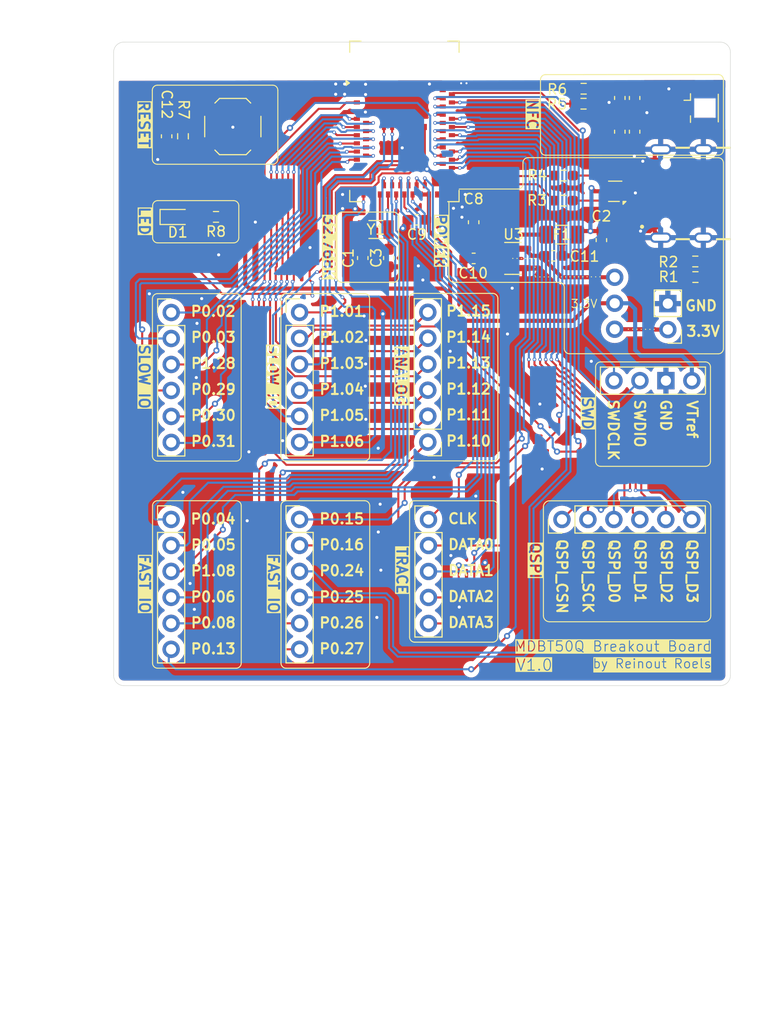
<source format=kicad_pcb>
(kicad_pcb (version 20240108) (generator "pcbnew") (generator_version "8.0")
  (layers (0 "F.Cu" signal) (31 "B.Cu" signal) (34 "B.Paste" user) (35 "F.Paste" user) (36 "B.SilkS" user "B.Silkscreen") (37 "F.SilkS" user "F.Silkscreen") (38 "B.Mask" user) (39 "F.Mask" user) (44 "Edge.Cuts" user))
  (net 0 "")
  (net 1 "QSPI_D1")
  (net 2 "QSPI_D2")
  (net 3 "QSPI_CSN")
  (net 4 "QSPI_SCK")
  (net 5 "QSPI_D3")
  (net 6 "QSPI_D0")
  (net 7 "P1.00_D")
  (net 8 "P1.09_D")
  (net 9 "P0.07_D")
  (net 10 "P0.12_D")
  (net 11 "P0.11_D")
  (net 12 "SWDIO")
  (net 13 "+3.3V")
  (net 14 "GND")
  (net 15 "SWDCLK")
  (net 16 "P1.06_S")
  (net 18 "P1.01_S")
  (net 19 "P1.04_S")
  (net 20 "P1.02_S")
  (net 21 "P1.05_S")
  (net 22 "P1.03_S")
  (net 23 "P0.02_S_A")
  (net 24 "P0.31_S_A")
  (net 25 "P0.03_S_A")
  (net 26 "P0.28_S_A")
  (net 27 "P0.29_S_A")
  (net 28 "P0.30_S_A")
  (net 29 "P1.15_S")
  (net 30 "P1.10_S")
  (net 31 "P1.13_S")
  (net 32 "P1.11_S")
  (net 33 "P1.14_S")
  (net 34 "P1.12_S")
  (net 35 "P0.06")
  (net 36 "P0.05_A")
  (net 37 "P1.08")
  (net 38 "P0.04_A")
  (net 39 "P0.08")
  (net 40 "P0.13")
  (net 41 "P0.15")
  (net 42 "P0.27")
  (net 43 "P0.25")
  (net 44 "P0.16")
  (net 45 "P0.24")
  (net 46 "P0.26")
  (net 47 "Net-(U1-P0.01)")
  (net 48 "Net-(U1-P0.09)")
  (net 50 "D-")
  (net 51 "Net-(U1-P0.10)")
  (net 52 "VBUS")
  (net 53 "Net-(U1-P0.00)")
  (net 54 "D+")
  (net 55 "Net-(U1-P0.18)")
  (net 56 "Net-(J1-DP1)")
  (net 57 "Net-(J1-DN1)")
  (net 58 "Net-(U2-VBUS)")
  (net 59 "Net-(R4-Pad1)")
  (net 60 "Net-(R3-Pad1)")
  (net 61 "Net-(J6-Pin_3)")
  (net 62 "Net-(J5-Pin_1)")
  (net 63 "Net-(J1-CC1)")
  (net 64 "Net-(J1-CC2)")
  (net 67 "Net-(J4-Ext)")
  (net 68 "Net-(J4-In)")
  (net 69 "Net-(D1-K)")
  (net 70 "Net-(D1-A)")
  (footprint "Resistor_SMD:R_0603_1608Metric_Pad0.98x0.95mm_HandSolder" (layer "F.Cu") (at 96.2875 101.8 180)
    (property "Reference" "R3")
    (property "Value" "27" (hide yes))
  )
  (footprint "USB4105-GF-A:GCT_USB4105-GF-A" (layer "F.Cu") (at 109.975 101.1 90)
    (property "Reference" "J1" (hide yes))
    (property "Value" "USB4105-GF-A" (hide yes))
  )
  (footprint "Capacitor_SMD:C_0603_1608Metric_Pad1.08x0.95mm_HandSolder" (layer "F.Cu") (at 100 105.6625 90)
    (property "Reference" "C2")
    (property "Value" "100nf" (hide yes))
  )
  (footprint "Capacitor_SMD:C_0603_1608Metric_Pad1.08x0.95mm_HandSolder" (layer "F.Cu") (at 101.8 95.0625 90)
    (property "Reference" "C5" (hide yes))
    (property "Value" "C_Small" (hide yes))
  )
  (footprint "Resistor_SMD:R_0603_1608Metric_Pad0.98x0.95mm_HandSolder" (layer "F.Cu") (at 98.2625 90.86)
    (property "Reference" "R6")
    (property "Value" "*" (hide yes))
  )
  (footprint "Connector_PinHeader_2.54mm:PinHeader_1x06_P2.54mm_Vertical" (layer "F.Cu") (at 83.015 125.415 180)
    (property "Reference" "J11" (hide yes))
    (property "Value" "Conn_01x06" (hide yes))
  )
  (footprint "Resistor_SMD:R_0603_1608Metric_Pad0.98x0.95mm_HandSolder" (layer "F.Cu") (at 98.25 92.325 180)
    (property "Reference" "R5")
    (property "Value" "*" (hide yes))
  )
  (footprint "Connector_PinHeader_2.54mm:PinHeader_1x06_P2.54mm_Vertical" (layer "F.Cu") (at 70.47 132.97)
    (property "Reference" "J13" (hide yes))
    (property "Value" "Conn_01x06" (hide yes))
  )
  (footprint "Resistor_SMD:R_0603_1608Metric_Pad0.98x0.95mm_HandSolder" (layer "F.Cu") (at 109.1875 107.75)
    (property "Reference" "R2")
    (property "Value" "5.1K" (hide yes))
  )
  (footprint "Resistor_SMD:R_0603_1608Metric_Pad0.98x0.95mm_HandSolder" (layer "F.Cu") (at 59.06 95.508553 -90)
    (property "Reference" "R7")
    (property "Value" "10K" (hide yes))
  )
  (footprint "LED_SMD:LED_0603_1608Metric_Pad1.05x0.95mm_HandSolder" (layer "F.Cu") (at 58.4775 103.4)
    (property "Reference" "D1")
    (property "Value" "LED")
  )
  (footprint "Capacitor_SMD:C_0603_1608Metric_Pad1.08x0.95mm_HandSolder" (layer "F.Cu") (at 95.3 107.2)
    (property "Reference" "C11")
    (property "Value" "1uF" (hide yes))
  )
  (footprint "Capacitor_SMD:C_0603_1608Metric_Pad1.08x0.95mm_HandSolder" (layer "F.Cu") (at 79.2 107.4125 -90)
    (property "Reference" "C3")
    (property "Value" "12pF" (hide yes))
  )
  (footprint "Resistor_SMD:R_0603_1608Metric_Pad0.98x0.95mm_HandSolder" (layer "F.Cu") (at 62.29 103.39 180)
    (property "Reference" "R8")
    (property "Value" "R_Small" (hide yes))
  )
  (footprint "Connector_PinHeader_2.54mm:PinHeader_1x02_P2.54mm_Vertical" (layer "F.Cu") (at 106.5 114.41 180)
    (property "Reference" "J5" (hide yes))
    (property "Value" "Conn_01x02" (hide yes))
  )
  (footprint "Resistor_SMD:R_0603_1608Metric_Pad0.98x0.95mm_HandSolder" (layer "F.Cu") (at 96.3 99.35 180)
    (property "Reference" "R4")
    (property "Value" "27" (hide yes))
  )
  (footprint "Capacitor_SMD:C_0603_1608Metric_Pad1.08x0.95mm_HandSolder" (layer "F.Cu") (at 101.8 91.7625 -90)
    (property "Reference" "C7" (hide yes))
    (property "Value" "C_Small" (hide yes))
  )
  (footprint "Connector_PinHeader_2.54mm:PinHeader_1x06_P2.54mm_Vertical" (layer "F.Cu") (at 57.9 132.97)
    (property "Reference" "J12" (hide yes))
    (property "Value" "Conn_01x06" (hide yes))
  )
  (footprint "Connector_PinHeader_2.54mm:PinHeader_1x03_P2.54mm_Vertical" (layer "F.Cu") (at 101.3 114.375 180)
    (property "Reference" "J6" (hide yes))
    (property "Value" "Conn_01x03" (hide yes))
  )
  (footprint "Capacitor_SMD:C_0603_1608Metric_Pad1.08x0.95mm_HandSolder" (layer "F.Cu") (at 103.25 91.7625 -90)
    (property "Reference" "C6" (hide yes))
    (property "Value" "C_Small" (hide yes))
  )
  (footprint "Connector_Coaxial:U.FL_Hirose_U.FL-R-SMT-1_Vertical" (layer "F.Cu") (at 109.6 92.75)
    (property "Reference" "J4" (hide yes))
    (property "Value" "Conn_Coaxial_Small" (hide yes))
  )
  (footprint "Connector_PinHeader_2.54mm:PinHeader_1x05_P2.54mm_Vertical" (layer "F.Cu") (at 83.08 132.98)
    (property "Reference" "J3" (hide yes))
    (property "Value" "Conn_01x05" (hide yes))
  )
  (footprint "Crystal:Crystal_SMD_3215-2Pin_3.2x1.5mm" (layer "F.Cu") (at 77.925 104.625)
    (property "Reference" "Y1")
    (property "Value" "32.768KHZ" (hide yes))
  )
  (footprint "RF_Module:Raytac_MDBT50Q" (layer "F.Cu") (at 80.7225 94.05)
    (property "Reference" "U1" (hide yes))
    (property "Value" "MDBT50Q-1MV2")
  )
  (footprint "Connector_PinHeader_2.54mm:PinHeader_1x06_P2.54mm_Vertical" (layer "F.Cu") (at 57.91 112.74)
    (property "Reference" "J10" (hide yes))
    (property "Value" "Conn_01x06" (hide yes))
  )
  (footprint "Connector_PinHeader_2.54mm:PinHeader_1x06_P2.54mm_Vertical" (layer "F.Cu") (at 70.47 112.7275)
    (property "Reference" "J9" (hide yes))
    (property "Value" "Conn_01x06" (hide yes))
  )
  (footprint "Package_TO_SOT_SMD:SOT-666" (layer "F.Cu") (at 101.35 100.8875 180)
    (property "Reference" "U2" (hide yes))
    (property "Value" "USBLC6-2P6" (hide yes))
  )
  (footprint "Capacitor_SMD:C_0603_1608Metric_Pad1.08x0.95mm_HandSolder" (layer "F.Cu") (at 87.5 103.9125 90)
    (property "Reference" "C8")
    (property "Value" "10uF")
  )
  (footprint "Capacitor_SMD:C_0603_1608Metric_Pad1.08x0.95mm_HandSolder" (layer "F.Cu") (at 87.5 107.45 180)
    (property "Reference" "C10")
    (property "Value" "1uF" (hide yes))
  )
  (footprint "Connector_PinHeader_2.54mm:PinHeader_1x06_P2.54mm_Vertical" (layer "F.Cu") (at 96.14 132.975 90)
    (property "Reference" "J2" (hide yes))
    (property "Value" "Conn_01x06" (hide yes))
  )
  (footprint "Button_Switch_SMD:SW_Push_1P1T_XKB_TS-1187A" (layer "F.Cu") (at 63.935 94.558553 180)
    (property "Reference" "SW1" (hide yes))
    (property "Value" "SW_Push" (hide yes))
  )
  (footprint "Capacitor_SMD:C_0603_1608Metric_Pad1.08x0.95mm_HandSolder" (layer "F.Cu") (at 103.25 95.0625 90)
    (property "Reference" "C4" (hide yes))
    (property "Value" "C_Small" (hide yes))
  )
  (footprint "Capacitor_SMD:C_0603_1608Metric_Pad1.08x0.95mm_HandSolder" (layer "F.Cu") (at 81.9375 103.675 180)
    (property "Reference" "C9")
    (property "Value" "10uF" (hide yes))
  )
  (footprint "Package_TO_SOT_SMD:SOT-23-3" (layer "F.Cu") (at 91.3375 107.45 180)
    (property "Reference" "U3")
    (property "Value" "XC6206PxxxMR" (hide yes))
  )
  (footprint "Resistor_SMD:R_0603_1608Metric_Pad0.98x0.95mm_HandSolder" (layer "F.Cu") (at 109.2 109.275 180)
    (property "Reference" "R1")
    (property "Value" "5.1K" (hide yes))
  )
  (footprint "Capacitor_SMD:C_0603_1608Metric_Pad1.08x0.95mm_HandSolder" (layer "F.Cu") (at 57.46 95.508553 90)
    (property "Reference" "C12")
    (property "Value" "100nF" (hide yes))
  )
  (footprint "Fuse:Fuse_1206_3216Metric_Pad1.42x1.75mm_HandSolder" (layer "F.Cu") (at 96.1125 105.125 180)
    (property "Reference" "F1")
    (property "Value" "Polyfuse" (hide yes))
  )
  (footprint "Connector_PinHeader_2.54mm:PinHeader_1x04_P2.54mm_Vertical" (layer "F.Cu") (at 108.85 119.4 -90)
    (property "Reference" "J8" (hide yes))
    (property "Value" "Conn_01x04" (hide yes))
  )
  (footprint "Capacitor_SMD:C_0603_1608Metric_Pad1.08x0.95mm_HandSolder" (layer "F.Cu") (at 76.65 107.4125 -90)
    (property "Reference" "C1")
    (property "Value" "12pF" (hide yes))
  )
  (gr_arc (start 68.65 131.64) (mid 68.796447 131.286447) (end 69.15 131.14) (stroke (width 0.1)) (layer "F.SilkS"))
  (gr_line (start 81.73 131.145) (end 89.36 131.145) (stroke (width 0.1)) (layer "F.SilkS"))
  (gr_arc (start 68.34 97.743553) (mid 68.193553 98.097106) (end 67.84 98.243553) (stroke (width 0.1)) (layer "F.SilkS"))
  (gr_line (start 64.75 111.3925) (end 64.75 126.7675) (stroke (width 0.1)) (layer "F.SilkS"))
  (gr_line (start 68.64 126.765) (end 68.64 111.39) (stroke (width 0.1)) (layer "F.SilkS"))
  (gr_line (start 56.07 126.7675) (end 56.07 111.3925) (stroke (width 0.1)) (layer "F.SilkS"))
  (gr_line (start 96.37 116.27) (end 96.37 110.33) (stroke (width 0.1)) (layer "F.SilkS"))
  (gr_arc (start 81.73 144.97) (mid 81.376447 144.823553) (end 81.23 144.47) (stroke (width 0.1)) (layer "F.SilkS"))
  (gr_line (start 89.86 131.645) (end 89.86 144.47) (stroke (width 0.1)) (layer "F.SilkS"))
  (gr_arc (start 111.436447 97.603553) (mid 111.79 97.75) (end 111.936447 98.103553) (stroke (width 0.1)) (layer "F.SilkS"))
  (gr_line (start 56.57 110.8925) (end 64.25 110.8925) (stroke (width 0.1)) (layer "F.SilkS"))
  (gr_line (start 69.14 110.89) (end 76.82 110.89) (stroke (width 0.1)) (layer "F.SilkS"))
  (gr_arc (start 74.62 109.79) (mid 74.266447 109.643553) (end 74.12 109.29) (stroke (width 0.1)) (layer "F.SilkS"))
  (gr_arc (start 81.23 131.645) (mid 81.376447 131.291447) (end 81.73 131.145) (stroke (width 0.1)) (layer "F.SilkS"))
  (gr_line (start 74.62 102.92) (end 79.66 102.92) (stroke (width 0.1)) (layer "F.SilkS"))
  (gr_line (start 102.63 114.375) (end 105.45 114.39) (stroke (width 0.1) (type dot)) (layer "F.SilkS"))
  (gr_arc (start 74.12 103.42) (mid 74.266447 103.066447) (end 74.62 102.92) (stroke (width 0.1)) (layer "F.SilkS"))
  (gr_arc (start 92.323553 98.1) (mid 92.47 97.746447) (end 92.823553 97.6) (stroke (width 0.1)) (layer "F.SilkS"))
  (gr_arc (start 79.66 102.92) (mid 80.013553 103.066447) (end 80.16 103.42) (stroke (width 0.1)) (layer "F.SilkS"))
  (gr_line (start 92.323553 98.1) (end 92.33 100.166447) (stroke (width 0.1)) (layer "F.SilkS"))
  (gr_line (start 76.82 127.265) (end 69.14 127.265) (stroke (width 0.1)) (layer "F.SilkS"))
  (gr_line (start 94.925 131.15) (end 110.1 131.15) (stroke (width 0.1)) (layer "F.SilkS"))
  (gr_line (start 74.12 109.29) (end 74.12 103.42) (stroke (width 0.1)) (layer "F.SilkS"))
  (gr_line (start 67.84 98.243553) (end 56.56 98.243553) (stroke (width 0.1)) (layer "F.SilkS"))
  (gr_line (start 99.43 127.28) (end 99.43 118.07) (stroke (width 0.1)) (layer "F.SilkS"))
  (gr_arc (start 110.1 131.15) (mid 110.524264 131.325736) (end 110.7 131.75) (stroke (width 0.1)) (layer "F.SilkS"))
  (gr_line (start 56.59 101.8) (end 64.02 101.8) (stroke (width 0.1)) (layer "F.SilkS"))
  (gr_line (start 99.29 116.77) (end 96.87 116.77) (stroke (width 0.1)) (layer "F.SilkS"))
  (gr_arc (start 64.25 110.8925) (mid 64.603553 111.038947) (end 64.75 111.3925) (stroke (width 0.1)) (layer "F.SilkS"))
  (gr_line (start 94.54 89.48) (end 111.436447 89.473553) (stroke (width 0.1)) (layer "F.SilkS"))
  (gr_arc (start 110.17 117.57) (mid 110.523553 117.716447) (end 110.67 118.07) (stroke (width 0.1)) (layer "F.SilkS"))
  (gr_arc (start 99.43 118.07) (mid 99.576447 117.716447) (end 99.93 117.57) (stroke (width 0.1)) (layer "F.SilkS"))
  (gr_arc (start 89.86 144.47) (mid 89.713553 144.823553) (end 89.36 144.97) (stroke (width 0.1)) (layer "F.SilkS"))
  (gr_arc (start 64.76 147.015) (mid 64.613553 147.368553) (end 64.26 147.515) (stroke (width 0.1)) (layer "F.SilkS"))
  (gr_line (start 94.55 97.6) (end 98.29 97.6) (stroke (width 0.1)) (layer "F.SilkS"))
  (gr_line (start 91.32 107.45) (end 93.5 107.46) (stroke (width 0.1) (type dot)) (layer "F.SilkS"))
  (gr_arc (start 56.57 127.2675) (mid 56.216447 127.121053) (end 56.07 126.7675) (stroke (width 0.1)) (layer "F.SilkS"))
  (gr_arc (start 80.16 109.29) (mid 80.013553 109.643553) (end 79.66 109.79) (stroke (width 0.1)) (layer "F.SilkS"))
  (gr_arc (start 68.64 111.39) (mid 68.786447 111.036447) (end 69.14 110.89) (stroke (width 0.1)) (layer "F.SilkS"))
  (gr_arc (start 56.07 111.3925) (mid 56.216447 111.038947) (end 56.57 110.8925) (stroke (width 0.1)) (layer "F.SilkS"))
  (gr_line (start 69.15 131.14) (end 76.83 131.14) (stroke (width 0.1)) (layer "F.SilkS"))
  (gr_line (start 79.66 109.79) (end 74.62 109.79) (stroke (width 0.1)) (layer "F.SilkS"))
  (gr_line (start 56.08 147.015) (end 56.08 131.64) (stroke (width 0.1)) (layer "F.SilkS"))
  (gr_line (start 77.33 131.64) (end 77.33 147.015) (stroke (width 0.1)) (layer "F.SilkS"))
  (gr_arc (start 76.82 110.89) (mid 77.173553 111.036447) (end 77.32 111.39) (stroke (width 0.1)) (layer "F.SilkS"))
  (gr_line (start 111.436447 116.776447) (end 99.29 116.77) (stroke (width 0.1)) (layer "F.SilkS"))
  (gr_line (start 77.32 111.39) (end 77.32 126.765) (stroke (width 0.1)) (layer "F.SilkS"))
  (gr_arc (start 99.93 127.78) (mid 99.576447 127.633553) (end 99.43 127.28) (stroke (width 0.1)) (layer "F.SilkS"))
  (gr_line (start 85.08 109.342381) (end 85.08 101.982381) (stroke (width 0.1)) (layer "F.SilkS"))
  (gr_arc (start 77.33 147.015) (mid 77.183553 147.368553) (end 76.83 147.515) (stroke (width 0.1)) (layer "F.SilkS"))
  (gr_line (start 106.03 97.603553) (end 111.436447 97.603553) (stroke (width 0.1)) (layer "F.SilkS"))
  (gr_arc (start 64.75 126.7675) (mid 64.603553 127.121053) (end 64.25 127.2675) (stroke (width 0.1)) (layer "F.SilkS"))
  (gr_line (start 110.1 142.975) (end 94.925 142.975) (stroke (width 0.1)) (layer "F.SilkS"))
  (gr_line (start 94.04 96.86) (end 94.04 89.98) (stroke (width 0.1)) (layer "F.SilkS"))
  (gr_line (start 94.325 142.375) (end 94.325 131.75) (stroke (width 0.1)) (layer "F.SilkS"))
  (gr_arc (start 56.08 131.64) (mid 56.226447 131.286447) (end 56.58 131.14) (stroke (width 0.1)) (layer "F.SilkS"))
  (gr_arc (start 94.925 142.975) (mid 94.500736 142.799264) (end 94.325 142.375) (stroke (width 0.1)) (layer "F.SilkS"))
  (gr_arc (start 111.936447 116.276447) (mid 111.79 116.63) (end 111.436447 116.776447) (stroke (width 0.1)) (layer "F.SilkS"))
  (gr_line (start 64.26 147.515) (end 56.58 147.515) (stroke (width 0.1)) (layer "F.SilkS"))
  (gr_arc (start 56.59 105.93) (mid 56.23643 105.783556) (end 56.09 105.43) (stroke (width 0.1)) (layer "F.SilkS"))
  (gr_arc (start 94.325 131.75) (mid 94.500736 131.325736) (end 94.925 131.15) (stroke (width 0.1)) (layer "F.SilkS"))
  (gr_line (start 99.93 117.57) (end 110.17 117.57) (stroke (width 0.1)) (layer "F.SilkS"))
  (gr_line (start 56.09 105.43) (end 56.09 102.3) (stroke (width 0.1)) (layer "F.SilkS"))
  (gr_line (start 64.02 105.93) (end 56.59 105.93) (stroke (width 0.1)) (layer "F.SilkS"))
  (gr_line (start 76.83 147.515) (end 69.15 147.515) (stroke (width 0.1)) (layer "F.SilkS"))
  (gr_arc (start 64.26 131.14) (mid 64.613553 131.286447) (end 64.76 131.64) (stroke (width 0.1)) (layer "F.SilkS"))
  (gr_line (start 68.34 91.013553) (end 68.34 97.743553) (stroke (width 0.1)) (layer "F.SilkS"))
  (gr_line (start 110.7 131.75) (end 110.7 142.375) (stroke (width 0.1)) (layer "F.SilkS"))
  (gr_line (start 64.25 127.2675) (end 56.57 127.2675) (stroke (width 0.1)) (layer "F.SilkS"))
  (gr_line (start 80.16 103.42) (end 80.16 109.29) (stroke (width 0.1)) (layer "F.SilkS"))
  (gr_line (start 98.29 97.6) (end 99.29 97.6) (stroke (width 0.1)) (layer "F.SilkS"))
  (gr_arc (start 94.54 97.36) (mid 94.186447 97.213553) (end 94.04 96.86) (stroke (width 0.1)) (layer "F.SilkS"))
  (gr_line (start 89.36 144.97) (end 81.73 144.97) (stroke (width 0.1)) (layer "F.SilkS"))
  (gr_arc (start 89.87 126.745) (mid 89.723553 127.098553) (end 89.37 127.245) (stroke (width 0.1)) (layer "F.SilkS"))
  (gr_arc (start 89.37 110.87) (mid 89.723553 111.016447) (end 89.87 111.37) (stroke (width 0.1)) (layer "F.SilkS"))
  (gr_line (start 99.87 109.25) (end 93.52 109.26) (stroke (width 0.1) (type dot)) (layer "F.SilkS"))
  (gr_line (start 110.17 127.78) (end 99.93 127.78) (stroke (width 0.1)) (layer "F.SilkS"))
  (gr_line (start 56.06 97.743553) (end 56.06 91.013553) (stroke (width 0.1)) (layer "F.SilkS"))
  (gr_arc (start 76.83 131.14) (mid 77.183553 131.286447) (end 77.33 131.64) (stroke (width 0.1)) (layer "F.SilkS"))
  (gr_line (start 89.37 127.245) (end 81.69 127.245) (stroke (width 0.1)) (layer "F.SilkS"))
  (gr_arc (start 77.32 126.765) (mid 77.173553 127.118553) (end 76.82 127.265) (stroke (width 0.1)) (layer "F.SilkS"))
  (gr_arc (start 96.87 116.77) (mid 96.516447 116.623553) (end 96.37 116.27) (stroke (width 0.1)) (layer "F.SilkS"))
  (gr_arc (start 56.06 91.013553) (mid 56.206447 90.66) (end 56.56 90.513553) (stroke (width 0.1)) (layer "F.SilkS"))
  (gr_arc (start 111.436447 89.473553) (mid 111.79 89.62) (end 111.936447 89.973553) (stroke (width 0.1)) (layer "F.SilkS"))
  (gr_line (start 81.19 126.745) (end 81.19 111.37) (stroke (width 0.1)) (layer "F.SilkS"))
  (gr_arc (start 85.58 109.79) (mid 85.226447 109.643553) (end 85.08 109.29) (stroke (width 0.1)) (layer "F.SilkS"))
  (gr_arc (start 67.84 90.513553) (mid 68.193553 90.66) (end 68.34 91.013553) (stroke (width 0.1)) (layer "F.SilkS"))
  (gr_arc (start 64.52 105.43) (mid 64.373537 105.783523) (end 64.02 105.93) (stroke (width 0.1)) (layer "F.SilkS"))
  (gr_line (start 81.69 110.87) (end 89.37 110.87) (stroke (width 0.1)) (layer "F.SilkS"))
  (gr_line (start 81.23 144.47) (end 81.23 131.645) (stroke (width 0.1)) (layer "F.SilkS"))
  (gr_line (start 95.87 109.793553) (end 85.58 109.79) (stroke (width 0.1)) (layer "F.SilkS"))
  (gr_arc (start 110.67 127.28) (mid 110.523553 127.633553) (end 110.17 127.78) (stroke (width 0.1)) (layer "F.SilkS"))
  (gr_line (start 64.76 131.64) (end 64.76 147.015) (stroke (width 0.1)) (layer "F.SilkS"))
  (gr_line (start 111.446447 97.356447) (end 94.54 97.36) (stroke (width 0.1)) (layer "F.SilkS"))
  (gr_line (start 111.94 89.98) (end 111.94 96.86) (stroke (width 0.1)) (layer "F.SilkS"))
  (gr_line (start 94.55 97.6) (end 92.823553 97.6) (stroke (width 0.1)) (layer "F.SilkS"))
  (gr_line (start 56.56 90.513553) (end 67.84 90.513553) (stroke (width 0.1)) (layer "F.SilkS"))
  (gr_arc (start 56.58 147.515) (mid 56.226447 147.368553) (end 56.08 147.015) (stroke (width 0.1)) (layer "F.SilkS"))
  (gr_line (start 93.5 107.46) (end 93.52 109.26) (stroke (width 0.1) (type dot)) (layer "F.SilkS"))
  (gr_arc (start 69.15 147.515) (mid 68.796447 147.368553) (end 68.65 147.015) (stroke (width 0.1)) (layer "F.SilkS"))
  (gr_line (start 68.65 147.015) (end 68.65 131.64) (stroke (width 0.1)) (layer "F.SilkS"))
  (gr_arc (start 94.04 89.98) (mid 94.186447 89.626447) (end 94.54 89.48) (stroke (width 0.1)) (layer "F.SilkS"))
  (gr_line (start 111.94 98.1) (end 111.94 116.27) (stroke (width 0.1)) (layer "F.SilkS"))
  (gr_arc (start 110.7 142.375) (mid 110.524264 142.799264) (end 110.1 142.975) (stroke (width 0.1)) (layer "F.SilkS"))
  (gr_arc (start 69.14 127.265) (mid 68.786447 127.118553) (end 68.64 126.765) (stroke (width 0.1)) (layer "F.SilkS"))
  (gr_line (start 64.52 102.3) (end 64.52 105.43) (stroke (width 0.1)) (layer "F.SilkS"))
  (gr_arc (start 89.36 131.145) (mid 89.713553 131.291447) (end 89.86 131.645) (stroke (width 0.1)) (layer "F.SilkS"))
  (gr_arc (start 64.02 101.8) (mid 64.373537 101.946449) (end 64.52 102.3) (stroke (width 0.1)) (layer "F.SilkS"))
  (gr_arc (start 81.19 111.37) (mid 81.336447 111.016447) (end 81.69 110.87) (stroke (width 0.1)) (layer "F.SilkS"))
  (gr_arc (start 111.936447 96.856447) (mid 111.79 97.21) (end 111.436447 97.356447) (stroke (width 0.1)) (layer "F.SilkS"))
  (gr_arc (start 92.33 100.166447) (mid 92.183553 100.52) (end 91.83 100.666447) (stroke (width 0.1)) (layer "F.SilkS"))
  (gr_line (start 86.09 100.67) (end 91.83 100.666447) (stroke (width 0.1)) (layer "F.SilkS"))
  (gr_arc (start 56.56 98.243553) (mid 56.206447 98.097106) (end 56.06 97.743553) (stroke (width 0.1)) (layer "F.SilkS"))
  (gr_line (start 89.87 111.37) (end 89.87 126.745) (stroke (width 0.1)) (layer "F.SilkS"))
  (gr_arc (start 81.69 127.245) (mid 81.336447 127.098553) (end 81.19 126.745) (stroke (width 0.1)) (layer "F.SilkS"))
  (gr_line (start 56.58 131.14) (end 64.26 131.14) (stroke (width 0.1)) (layer "F.SilkS"))
  (gr_line (start 110.67 118.07) (end 110.67 127.28) (stroke (width 0.1)) (layer "F.SilkS"))
  (gr_arc (start 56.09 102.3) (mid 56.23643 101.946416) (end 56.59 101.8) (stroke (width 0.1)) (layer "F.SilkS"))
  (gr_arc (start 95.87 109.793553) (mid 96.223553 109.94) (end 96.37 110.293553) (stroke (width 0.1)) (layer "F.SilkS"))
  (gr_line (start 99.29 97.6) (end 104.33 97.6) (stroke (width 0.1)) (layer "F.SilkS"))
  (gr_arc (start 112.6225 148.22) (mid 112.329607 148.927107) (end 111.6225 149.22) (stroke (width 0.05)) (layer "Edge.Cuts"))
  (gr_arc (start 111.6225 86.3) (mid 112.329607 86.592893) (end 112.6225 87.3) (stroke (width 0.05)) (layer "Edge.Cuts"))
  (gr_arc (start 52.2725 87.3) (mid 52.565393 86.592893) (end 53.2725 86.3) (stroke (width 0.05)) (layer "Edge.Cuts"))
  (gr_arc (start 53.2725 149.22) (mid 52.565393 148.927107) (end 52.2725 148.22) (stroke (width 0.05)) (layer "Edge.Cuts"))
  (gr_line (start 53.2725 86.3) (end 111.6225 86.3) (stroke (width 0.05)) (layer "Edge.Cuts"))
  (gr_line (start 52.2725 148.22) (end 52.2725 87.3) (stroke (width 0.05)) (layer "Edge.Cuts"))
  (gr_line (start 112.6225 87.3) (end 112.6225 148.22) (stroke (width 0.05)) (layer "Edge.Cuts"))
  (gr_line (start 111.6225 149.22) (end 53.2725 149.22) (stroke (width 0.05)) (layer "Edge.Cuts"))
  (gr_text "P0.13" (at 59.72 146.21 0) (layer "F.SilkS") (effects (font (size 1 1) (thickness 0.2) (bold yes)) (justify left bottom)))
  (gr_text "QSPI" (at 92.95 135.124405 -90) (layer "F.SilkS" knockout) (effects (font (size 1 1) (thickness 0.2) (bold yes)) (justify left bottom)))
  (gr_text "QSPI_D2" (at 105.77 134.81 -90) (layer "F.SilkS") (effects (font (size 1 1) (thickness 0.2) (bold yes)) (justify left bottom)))
  (gr_text "P1.06" (at 72.31 125.9175 0) (layer "F.SilkS") (effects (font (size 1 1) (thickness 0.2) (bold yes)) (justify left bottom)))
  (gr_text "P1.04" (at 72.31 120.8375 0) (layer "F.SilkS") (effects (font (size 1 1) (thickness 0.2) (bold yes)) (justify left bottom)))
  (gr_text "SLOW IO" (at 54.68 115.760953 -90) (layer "F.SilkS" knockout) (effects (font (size 1 1) (thickness 0.2) (bold yes)) (justify left bottom)))
  (gr_text "P1.03" (at 72.31 118.2975 0) (layer "F.SilkS") (effects (font (size 1 1) (thickness 0.2) (bold yes)) (justify left bottom)))
  (gr_text "VTref\n" (at 108.29 121.22 -90) (layer "F.SilkS") (effects (font (size 1 1) (thickness 0.2) (bold yes)) (justify left bottom)))
  (gr_text "FAST IO" (at 54.72 136.270357 -90) (layer "F.SilkS" knockout) (effects (font (size 1 1) (thickness 0.2) (bold yes)) (justify left bottom)))
  (gr_text "SWDIO\n" (at 103.16 121.15 -90) (layer "F.SilkS") (effects (font (size 1 1) (thickness 0.2) (bold yes)) (justify left bottom)))
  (gr_text "DATA2\n" (at 84.9 141.09 0) (layer "F.SilkS") (effects (font (size 1 1) (thickness 0.2) (bold yes)) (justify left bottom)))
  (gr_text "QSPI_D0\n" (at 100.66 134.81 -90) (layer "F.SilkS") (effects (font (size 1 1) (thickness 0.2) (bold yes)) (justify left bottom)))
  (gr_text "3.3V\n" (at 96.95 112.35 0) (layer "F.SilkS") (effects (font (size 0.8 0.8) (thickness 0.1)) (justify left bottom)))
  (gr_text "32.768K" (at 72.73 103.11 -90) (layer "F.SilkS" knockout) (effects (font (size 1 1) (thickness 0.2) (bold yes)) (justify left bottom)))
  (gr_text "NFC" (at 92.65 91.767619 -90) (layer "F.SilkS" knockout) (effects (font (size 1 1) (thickness 0.2) (bold yes)) (justify left bottom)))
  (gr_text "P0.25\n" (at 72.3 141.12 0) (layer "F.SilkS") (effects (font (size 1 1) (thickness 0.2) (bold yes)) (justify left bottom)))
  (gr_text "P0.27\n" (at 72.3 146.2 0) (layer "F.SilkS") (effects (font (size 1 1) (thickness 0.2) (bold yes)) (justify left bottom)))
  (gr_text "3.3V\n" (at 108.2 115.16 0) (layer "F.SilkS") (effects (font (size 1 1) (thickness 0.2) (bold yes)) (justify left bottom)))
  (gr_text "SLOW IO" (at 67.25 115.758453 -90) (layer "F.SilkS" knockout) (effects (font (size 1 1) (thickness 0.2) (bold yes)) (justify left bottom)))
  (gr_text "P1.13" (at 84.69 118.26 0) (layer "F.SilkS") (effects (font (size 1 1) (thickness 0.2) (bold yes)) (justify left bottom)))
  (gr_text "QSPI_D3" (at 108.28 134.8 -90) (layer "F.SilkS") (effects (font (size 1 1) (thickness 0.2) (bold yes)) (justify left bottom)))
  (gr_text "P0.05" (at 59.74 136.05 0) (layer "F.SilkS") (effects (font (size 1 1) (thickness 0.2) (bold yes)) (justify left bottom)))
  (gr_text "GND" (at 105.71 121.14 -90) (layer "F.SilkS") (effects (font (size 1 1) (thickness 0.2) (bold yes)) (justify left bottom)))
  (gr_text "GND\n" (at 108.1 112.66 0) (layer "F.SilkS") (effects (font (size 1 1) (thickness 0.2) (bold yes)) (justify left bottom)))
  (gr_text "P1.28" (at 59.74 118.3 0) (layer "F.SilkS") (effects (font (size 1 1) (thickness 0.2) (bold yes)) (justify left bottom)))
  (gr_text "P0.29" (at 59.74 120.84 0) (layer "F.SilkS") (effects (font (size 1 1) (thickness 0.2) (bold yes)) (justify left bottom)))
  (gr_text "SWDCLK\n" (at 100.58 121.15 -90) (layer "F.SilkS") (effects (font (size 1 1) (thickness 0.2) (bold yes)) (justify left bottom)))
  (gr_text "LED" (at 54.7 102.307857 -90) (layer "F.SilkS" knockout) (effects (font (size 1 1) (thickness 0.2) (bold yes)) (justify left bottom)))
  (gr_text "P1.10\n" (at 84.7 125.89 0) (layer "F.SilkS") (effects (font (size 1 1) (thickness 0.2) (bold yes)) (justify left bottom)))
  (gr_text "P1.11" (at 84.7 123.33 0) (layer "F.SilkS") (effects (font (size 1 1) (thickness 0.2) (bold yes)) (justify left bottom)))
  (gr_text "P1.14" (at 84.69 115.74 0) (layer "F.SilkS") (effects (font (size 1 1) (thickness 0.2) (bold yes)) (justify left bottom)))
  (gr_text "DATA0" (at 84.9 136.01 0) (layer "F.SilkS") (effects (font (size 1 1) (thickness 0.2) (bold yes)) (justify left bottom)))
  (gr_text "P0.06" (at 59.72 141.13 0) (layer "F.SilkS") (effects (font (size 1 1) (thickness 0.2) (bold yes)) (justify left bottom)))
  (gr_text "SWD\n" (at 98.04 120.927381 -90) (layer "F.SilkS" knockout) (effects (font (size 1 1) (thickness 0.2) (bold yes)) (justify left bottom)))
  (gr_text "FAST IO" (at 67.33 136.270357 -90) (layer "F.SilkS" knockout) (effects (font (size 1 1) (thickness 0.2) (bold yes)) (justify left bottom)))
  (gr_text "P0.31" (at 59.74 125.92 0) (layer "F.SilkS") (effects (font (size 1 1) (thickness 0.2) (bold yes)) (justify left bottom)))
  (gr_text "P0.30\n" (at 59.74 123.38 0) (layer "F.SilkS") (effects (font (size 1 1) (thickness 0.2) (bold yes)) (justify left bottom)))
  (gr_text "P0.15" (at 72.3 133.49 0) (layer "F.SilkS") (effects (font (size 1 1) (thickness 0.2) (bold yes)) (justify left bottom)))
  (gr_text "by Reinout Roels" (at 99.08 147.6 0) (layer "F.SilkS" knockout) (effects (font (size 0.9 0.9) (thickness 0.1)) (justify left bottom)))
  (gr_text "DATA1\n" (at 84.9 138.55 0) (layer "F.SilkS") (effects (font (size 1 1) (thickness 0.2) (bold yes)) (justify left bottom)))
  (gr_text "POWER" (at 83.69 103.02 -90) (layer "F.SilkS" knockout) (effects (font (size 1 1) (thickness 0.2) (bold yes)) (justify left bottom)))
  (gr_text "P0.16" (at 72.3 136.03 0) (layer "F.SilkS") (effects (font (size 1 1) (thickness 0.2) (bold yes)) (justify left bottom)))
  (gr_text "P0.26" (at 72.3 143.67 0) (layer "F.SilkS") (effects (font (size 1 1) (thickness 0.2) (bold yes)) (justify left bottom)))
  (gr_text "DATA3" (at 84.9 143.63 0) (layer "F.SilkS") (effects (font (size 1 1) (thickness 0.2) (bold yes)) (justify left bottom)))
  (gr_text "P0.08" (at 59.73 143.66 0) (layer "F.SilkS") (effects (font (size 1 1) (thickness 0.2) (bold yes)) (justify left bottom)))
  (gr_text "P1.05\n" (at 72.31 123.3775 0) (layer "F.SilkS") (effects (font (size 1 1) (thickness 0.2) (bold yes)) (justify left bottom)))
  (gr_text "P0.04" (at 59.71 133.51 0) (layer "F.SilkS") (effects (font (size 1 1) (thickness 0.2) (bold yes)) (justify left bottom)))
  (gr_text "CLK" (at 84.9 133.48 0) (layer "F.SilkS") (effects (font (size 1 1) (thickness 0.2) (bold yes)) (justify left bottom)))
  (gr_text "QSPI_D1" (at 103.21 134.8 -90) (layer "F.SilkS") (effects (font (size 1 1) (thickness 0.2) (bold yes)) (justify left bottom)))
  (gr_text "RESET\n" (at 54.67 91.916648 -90) (layer "F.SilkS" knockout) (effects (font (size 1 1) (thickness 0.2) (bold yes)) (justify left bottom)))
  (gr_text "P0.24" (at 72.3 138.57 0) (layer "F.SilkS") (effects (font (size 1 1) (thickness 0.2) (bold yes)) (justify left bottom)))
  (gr_text "V1.0" (at 91.59 147.85 0) (layer "F.SilkS" knockout) (effects (font (size 1.1 1.1) (thickness 0.1)) (justify left bottom)))
  (gr_text "MDBT50Q Breakout Board" (at 91.44 145.97 0) (layer "F.SilkS" knockout) (effects (font (size 1 1) (thickness 0.1)) (justify left bottom)))
  (gr_text "P1.12" (at 84.7 120.81 0) (layer "F.SilkS") (effects (font (size 1 1) (thickness 0.2) (bold yes)) (justify left bottom)))
  (gr_text "P1.01" (at 72.29 113.2075 0) (layer "F.SilkS") (effects (font (size 1 1) (thickness 0.2) (bold yes)) (justify left bottom)))
  (gr_text "P0.02" (at 59.72 113.21 0) (layer "F.SilkS") (effects (font (size 1 1) (thickness 0.2) (bold yes)) (justify left bottom)))
  (gr_text "ANALOG" (at 79.8 116.047976 -90) (layer "F.SilkS" knockout) (effects (font (size 1 1) (thickness 0.2) (bold yes)) (justify left bottom)))
  (gr_text "TRACE" (at 79.89 135.58 -90) (layer "F.SilkS" knockout) (effects (font (size 1 1) (thickness 0.2) (bold yes)) (justify left bottom)))
  (gr_text "P1.02" (at 72.31 115.7475 0) (layer "F.SilkS") (effects (font (size 1 1) (thickness 0.2) (bold yes)) (justify left bottom)))
  (gr_text "P0.03" (at 59.74 115.75 0) (layer "F.SilkS") (effects (font (size 1 1) (thickness 0.2) (bold yes)) (justify left bottom)))
  (gr_text "P1.08" (at 59.73 138.58 0) (layer "F.SilkS") (effects (font (size 1 1) (thickness 0.2) (bold yes)) (justify left bottom)))
  (gr_text "QSPI_SCK\n" (at 98.1 134.78 -90) (layer "F.SilkS") (effects (font (size 1 1) (thickness 0.2) (bold yes)) (justify left bottom)))
  (gr_text "QSPI_CSN\n" (at 95.55 134.79 -90) (layer "F.SilkS") (effects (font (size 1 1) (thickness 0.2) (bold yes)) (justify left bottom)))
  (gr_text "P1.15" (at 84.7 113.18 0) (layer "F.SilkS") (effects (font (size 1 1) (thickness 0.2) (bold yes)) (justify left bottom)))
  (segment (start 84.4725 95.8) (end 83.725 95.8) (width 0.2) (layer "F.Cu") (net 1))
  (segment (start 102.249991 125.649991) (end 102.249991 128.85) (width 0.2) (layer "F.Cu") (net 1))
  (segment (start 103.075 131.625) (end 103.075 132.29) (width 0.2) (layer "F.Cu") (net 1))
  (segment (start 102.249991 128.85) (end 102.249991 130.799991) (width 0.2) (layer "F.Cu") (net 1))
  (segment (start 93.999991 117.325) (end 93.999991 117.769991) (width 0.2) (layer "F.Cu") (net 1))
  (segment (start 95.72 119.49) (end 96.09 119.49) (width 0.2) (layer "F.Cu") (net 1))
  (segment (start 103.075 132.29) (end 103.76 132.975) (width 0.2) (layer "F.Cu") (net 1))
  (segment (start 96.09 119.49) (end 102.249991 125.649991) (width 0.2) (layer "F.Cu") (net 1))
  (segment (start 102.249991 130.799991) (end 103.075 131.625) (width 0.2) (layer "F.Cu") (net 1))
  (segment (start 93.999991 117.769991) (end 95.72 119.49) (width 0.2) (layer "F.Cu") (net 1))
  (via (at 93.999991 117.325) (size 0.35) (drill 0.2) (layers "F.Cu" "B.Cu") (net 1))
  (via (at 83.725 95.8) (size 0.35) (drill 0.2) (layers "F.Cu" "B.Cu") (net 1))
  (segment (start 83.725 95.8) (end 83.825 95.9) (width 0.2) (layer "B.Cu") (net 1))
  (segment (start 87.915685 95.9) (end 88.015685 95.8) (width 0.2) (layer "B.Cu") (net 1))
  (segment (start 83.825 95.9) (end 87.915685 95.9) (width 0.2) (layer "B.Cu") (net 1))
  (segment (start 93.634314 95.8) (end 94.575 96.740686) (width 0.2) (layer "B.Cu") (net 1))
  (segment (start 88.015685 95.8) (end 93.634314 95.8) (width 0.2) (layer "B.Cu") (net 1))
  (segment (start 94.124991 116.415694) (end 94.124991 116.425009) (width 0.2) (layer "B.Cu") (net 1))
  (segment (start 94.575 115.965685) (end 94.124991 116.415694) (width 0.2) (layer "B.Cu") (net 1))
  (segment (start 93.999991 116.550009) (end 93.999991 117.325) (width 0.2) (layer "B.Cu") (net 1))
  (segment (start 94.124991 116.425009) (end 93.999991 116.550009) (width 0.2) (layer "B.Cu") (net 1))
  (segment (start 94.575 96.740686) (end 94.575 115.965685) (width 0.2) (layer "B.Cu") (net 1))
  (segment (start 96.32 118.19) (end 96.533934 118.19) (width 0.2) (layer "F.Cu") (net 2))
  (segment (start 85.3725 94.6) (end 86.95 94.6) (width 0.2) (layer "F.Cu") (net 2))
  (segment (start 103.9 128.85) (end 103.9 130.35) (width 0.2) (layer "F.Cu") (net 2))
  (segment (start 95.95 117.82) (end 96.32 118.19) (width 0.2) (layer "F.Cu") (net 2))
  (segment (start 95.65 117.325) (end 95.95 117.625) (width 0.2) (layer "F.Cu") (net 2))
  (segment (start 104.6 131.05) (end 105.575 131.05) (width 0.2) (layer "F.Cu") (net 2))
  (segment (start 86.95 94.6) (end 86.975 94.625) (width 0.2) (layer "F.Cu") (net 2))
  (segment (start 106.3 131.775) (end 106.3 132.975) (width 0.2) (layer "F.Cu") (net 2))
  (segment (start 103.9 125.556066) (end 103.9 128.85) (width 0.2) (layer "F.Cu") (net 2))
  (segment (start 96.533934 118.19) (end 103.9 125.556066) (width 0.2) (layer "F.Cu") (net 2))
  (segment (start 95.95 117.625) (end 95.95 117.82) (width 0.2) (layer "F.Cu") (net 2))
  (segment (start 105.575 131.05) (end 106.3 131.775) (width 0.2) (layer "F.Cu") (net 2))
  (segment (start 103.9 130.35) (end 104.6 131.05) (width 0.2) (layer "F.Cu") (net 2))
  (via (at 95.65 117.325) (size 0.35) (drill 0.2) (layers "F.Cu" "B.Cu") (net 2))
  (via (at 86.975 94.625) (size 0.35) (drill 0.2) (layers "F.Cu" "B.Cu") (net 2))
  (segment (start 86.975 94.625) (end 87 94.6) (width 0.2) (layer "B.Cu") (net 2))
  (segment (start 94.14657 94.6) (end 95.775 96.22843) (width 0.2) (layer "B.Cu") (net 2))
  (segment (start 95.775 96.22843) (end 95.775 116.740685) (width 0.2) (layer "B.Cu") (net 2))
  (segment (start 95.65 116.865685) (end 95.65 117.325) (width 0.2) (layer "B.Cu") (net 2))
  (segment (start 95.775 116.740685) (end 95.65 116.865685) (width 0.2) (layer "B.Cu") (net 2))
  (segment (start 87 94.6) (end 94.14657 94.6) (width 0.2) (layer "B.Cu") (net 2))
  (segment (start 86.15 97) (end 85.3725 97) (width 0.2) (layer "F.Cu") (net 3))
  (segment (start 101.149985 128.85) (end 101.149985 126.279985) (width 0.2) (layer "F.Cu") (net 3))
  (segment (start 101.149985 126.279985) (end 92.899985 118.029985) (width 0.2) (layer "F.Cu") (net 3))
  (segment (start 101.149985 128.85) (end 101.149985 128.975015) (width 0.2) (layer "F.Cu") (net 3))
  (segment (start 101.149985 128.975015) (end 100.7 129.425) (width 0.2) (layer "F.Cu") (net 3))
  (segment (start 99.69 129.425) (end 96.14 132.975) (width 0.2) (layer "F.Cu") (net 3))
  (segment (start 92.899985 118.029985) (end 92.899985 117.325) (width 0.2) (layer "F.Cu") (net 3))
  (segment (start 100.7 129.425) (end 99.69 129.425) (width 0.2) (layer "F.Cu") (net 3))
  (via (at 86.15 97) (size 0.35) (drill 0.2) (layers "F.Cu" "B.Cu") (net 3))
  (via (at 92.899985 117.325) (size 0.35) (drill 0.2) (layers "F.Cu" "B.Cu") (net 3))
  (segment (start 92.899985 117.325) (end 92.899985 116.509328) (width 0.2) (layer "B.Cu") (net 3))
  (segment (start 93.775 97.075) (end 93.4 96.7) (width 0.2) (layer "B.Cu") (net 3))
  (segment (start 93.4 96.7) (end 86.45 96.7) (width 0.2) (layer "B.Cu") (net 3))
  (segment (start 93.775 115.634313) (end 93.775 97.075) (width 0.2) (layer "B.Cu") (net 3))
  (segment (start 92.899985 116.509328) (end 93.775 115.634313) (width 0.2) (layer "B.Cu") (net 3))
  (segment (start 86.45 96.7) (end 86.15 97) (width 0.2) (layer "B.Cu") (net 3))
  (segment (start 101.699988 129.075012) (end 99.475 131.3) (width 0.2) (layer "F.Cu") (net 4))
  (segment (start 93.449988 117.829988) (end 101.699988 126.079988) (width 0.2) (layer "F.Cu") (net 4))
  (segment (start 84.4725 96.6) (end 83.725 96.6) (width 0.2) (layer "F.Cu") (net 4))
  (segment (start 101.699988 126.079988) (end 101.699988 128.85) (width 0.2) (layer "F.Cu") (net 4))
  (segment (start 101.699988 128.85) (end 101.699988 129.075012) (width 0.2) (layer "F.Cu") (net 4))
  (segment (start 93.449988 117.325) (end 93.449988 117.829988) (width 0.2) (layer "F.Cu") (net 4))
  (segment (start 98.68 131.795) (end 98.68 132.975) (width 0.2) (layer "F.Cu") (net 4))
  (segment (start 99.475 131.3) (end 99.175 131.3) (width 0.2) (layer "F.Cu") (net 4))
  (segment (start 99.175 131.3) (end 98.68 131.795) (width 0.2) (layer "F.Cu") (net 4))
  (via (at 93.449988 117.325) (size 0.35) (drill 0.2) (layers "F.Cu" "B.Cu") (net 4))
  (via (at 83.725 96.6) (size 0.35) (drill 0.2) (layers "F.Cu" "B.Cu") (net 4))
  (segment (start 94.175 96.906372) (end 94.175 115.799999) (width 0.2) (layer "B.Cu") (net 4))
  (segment (start 93.568628 96.3) (end 94.175 96.906372) (width 0.2) (layer "B.Cu") (net 4))
  (segment (start 84.025 96.3) (end 93.568628 96.3) (width 0.2) (layer "B.Cu") (net 4))
  (segment (start 93.449988 116.525011) (end 93.449988 117.325) (width 0.2) (layer "B.Cu") (net 4))
  (segment (start 83.725 96.6) (end 84.025 96.3) (width 0.2) (layer "B.Cu") (net 4))
  (segment (start 94.175 115.799999) (end 93.449988 116.525011) (width 0.2) (layer "B.Cu") (net 4))
  (segment (start 95.55 118.084314) (end 95.55 117.896752) (width 0.2) (layer "F.Cu") (net 5))
  (segment (start 103.349997 125.571749) (end 96.368248 118.59) (width 0.2) (layer "F.Cu") (net 5))
  (segment (start 95.55 117.896752) (end 95.099997 117.446749) (width 0.2) (layer "F.Cu") (net 5))
  (segment (start 103.35 130.125) (end 103.349997 130.124997) (width 0.2) (layer "F.Cu") (net 5))
  (segment (start 96.368248 118.59) (end 96.055686 118.59) (width 0.2) (layer "F.Cu") (net 5))
  (segment (start 95.099997 117.446749) (end 95.099997 117.325) (width 0.2) (layer "F.Cu") (net 5))
  (segment (start 84.4725 95) (end 83.725 95) (width 0.2) (layer "F.Cu") (net 5))
  (segment (start 96.055686 118.59) (end 95.55 118.084314) (width 0.2) (layer "F.Cu") (net 5))
  (segment (start 103.349997 130.124997) (end 103.349997 125.571749) (width 0.2) (layer "F.Cu") (net 5))
  (via (at 95.099997 117.325) (size 0.35) (drill 0.2) (layers "F.Cu" "B.Cu") (net 5))
  (via (at 83.725 95) (size 0.35) (drill 0.2) (layers "F.Cu" "B.Cu") (net 5))
  (via (at 103.35 130.125) (size 0.35) (drill 0.2) (layers "F.Cu" "B.Cu") (net 5))
  (segment (start 95.375 116.575) (end 95.099997 116.850003) (width 0.2) (layer "B.Cu") (net 5))
  (segment (start 88.375 95) (end 93.980884 95) (width 0.2) (layer "B.Cu") (net 5))
  (segment (start 104.8 130.125) (end 105.99 130.125) (width 0.2) (layer "B.Cu") (net 5))
  (segment (start 105.99 130.125) (end 108.84 132.975) (width 0.2) (layer "B.Cu") (net 5))
  (segment (start 83.725 95) (end 83.8 94.925) (width 0.2) (layer "B.Cu") (net 5))
  (segment (start 93.980884 95) (end 94.252942 95.272058) (width 0.2) (layer "B.Cu") (net 5))
  (segment (start 87.45 95) (end 88.375 95) (width 0.2) (layer "B.Cu") (net 5))
  (segment (start 94.252942 95.272058) (end 95.375 96.394116) (width 0.2) (layer "B.Cu") (net 5))
  (segment (start 95.375 96.394116) (end 95.375 96.7) (width 0.2) (layer "B.Cu") (net 5))
  (segment (start 86.603248 94.925) (end 86.778248 95.1) (width 0.2) (layer "B.Cu") (net 5))
  (segment (start 95.099997 116.850003) (end 95.099997 117.325) (width 0.2) (layer "B.Cu") (net 5))
  (segment (start 83.8 94.925) (end 86.603248 94.925) (width 0.2) (layer "B.Cu") (net 5))
  (segment (start 95.375 96.7) (end 95.375 97.575) (width 0.2) (layer "B.Cu") (net 5))
  (segment (start 87.35 95.1) (end 87.45 95) (width 0.2) (layer "B.Cu") (net 5))
  (segment (start 103.35 130.125) (end 104.8 130.125) (width 0.2) (layer "B.Cu") (net 5))
  (segment (start 95.375 97.6) (end 95.375 116.575) (width 0.2) (layer "B.Cu") (net 5))
  (segment (start 86.778248 95.1) (end 87.35 95.1) (width 0.2) (layer "B.Cu") (net 5))
  (segment (start 95.89 118.99) (end 94.549994 117.649994) (width 0.2) (layer "F.Cu") (net 6))
  (segment (start 94.549994 117.649994) (end 94.549994 117.325) (width 0.2) (layer "F.Cu") (net 6))
  (segment (start 102.8 130.125) (end 102.799994 130.124994) (width 0.2) (layer "F.Cu") (net 6))
  (segment (start 94.549994 117.349994) (end 94.624997 117.424997) (width 0.2) (layer "F.Cu") (net 6))
  (segment (start 102.799994 130.124994) (end 102.799994 125.599994) (width 0.2) (layer "F.Cu") (net 6))
  (segment (start 102.799994 125.599994) (end 96.19 118.99) (width 0.2) (layer "F.Cu") (net 6))
  (segment (start 94.549994 117.325) (end 94.549994 117.349994) (width 0.2) (layer "F.Cu") (net 6))
  (segment (start 96.19 118.99) (end 95.89 118.99) (width 0.2) (layer "F.Cu") (net 6))
  (segment (start 86.15 95.4) (end 85.3725 95.4) (width 0.2) (layer "F.Cu") (net 6))
  (via (at 94.549994 117.325) (size 0.35) (drill 0.2) (layers "F.Cu" "B.Cu") (net 6))
  (via (at 102.8 130.125) (size 0.35) (drill 0.2) (layers "F.Cu" "B.Cu") (net 6))
  (via (at 86.15 95.4) (size 0.35) (drill 0.2) (layers "F.Cu" "B.Cu") (net 6))
  (segment (start 86.15 95.4) (end 86.25 95.5) (width 0.2) (layer "B.Cu") (net 6))
  (segment (start 94.549994 116.83432) (end 94.549994 117.325) (width 0.2) (layer "B.Cu") (net 6))
  (segment (start 86.25 95.5) (end 87.75 95.5) (width 0.2) (layer "B.Cu") (net 6))
  (segment (start 102.8 130.125) (end 101.625 130.125) (width 0.2) (layer "B.Cu") (net 6))
  (segment (start 93.8 95.4) (end 94.975 96.575) (width 0.2) (layer "B.Cu") (net 6))
  (segment (start 94.975 96.575) (end 94.975 116.409314) (width 0.2) (layer "B.Cu") (net 6))
  (segment (start 101.22 130.53) (end 101.22 132.975) (width 0.2) (layer "B.Cu") (net 6))
  (segment (start 87.85 95.4) (end 93.8 95.4) (width 0.2) (layer "B.Cu") (net 6))
  (segment (start 87.75 95.5) (end 87.85 95.4) (width 0.2) (layer "B.Cu") (net 6))
  (segment (start 101.625 130.125) (end 101.22 130.53) (width 0.2) (layer "B.Cu") (net 6))
  (segment (start 94.975 116.409314) (end 94.549994 116.83432) (width 0.2) (layer "B.Cu") (net 6))
  (segment (start 84.4725 94.2) (end 83.725 94.2) (width 0.2) (layer "F.Cu") (net 7))
  (segment (start 90.34 129.59) (end 90.34 135.23) (width 0.2) (layer "F.Cu") (net 7))
  (segment (start 95.87 124.06) (end 90.34 129.59) (width 0.2) (layer "F.Cu") (net 7))
  (segment (start 95.87 122.75) (end 95.87 124.06) (width 0.2) (layer "F.Cu") (net 7))
  (segment (start 90.05 135.52) (end 83.08 135.52) (width 0.2) (layer "F.Cu") (net 7))
  (segment (start 90.34 135.23) (end 90.05 135.52) (width 0.2) (layer "F.Cu") (net 7))
  (via (at 83.725 94.2) (size 0.35) (drill 0.2) (layers "F.Cu" "B.Cu") (net 7))
  (via (at 95.87 122.75) (size 0.6) (drill 0.3) (layers "F.Cu" "B.Cu") (net 7))
  (segment (start 85.8 94.275) (end 85.725 94.2) (width 0.2) (layer "B.Cu") (net 7))
  (segment (start 95.87 122.75) (end 96.175 122.445) (width 0.2) (layer "B.Cu") (net 7))
  (segment (start 86.635 94.275) (end 85.8 94.275) (width 0.2) (layer "B.Cu") (net 7))
  (segment (start 86.79 94.12) (end 86.635 94.275) (width 0.2) (layer "B.Cu") (net 7))
  (segment (start 85.8 94.275) (end 86.65 94.275) (width 0.2) (layer "B.Cu") (net 7))
  (segment (start 96.175 96.062744) (end 96.175 97.2) (width 0.2) (layer "B.Cu") (net 7))
  (segment (start 96.175 122.445) (end 96.175 97.2) (width 0.2) (layer "B.Cu") (net 7))
  (segment (start 83.725 94.2) (end 85.725 94.2) (width 0.2) (layer "B.Cu") (net 7))
  (segment (start 87.43 94.12) (end 87.51 94.2) (width 0.2) (layer "B.Cu") (net 7))
  (segment (start 94.312256 94.2) (end 96.175 96.062744) (width 0.2) (layer "B.Cu") (net 7))
  (segment (start 87.43 94.12) (end 86.79 94.12) (width 0.2) (layer "B.Cu") (net 7))
  (segment (start 87.51 94.2) (end 94.312256 94.2) (width 0.2) (layer "B.Cu") (net 7))
  (segment (start 81.5225 101.2) (end 81.5225 101.8725) (width 0.2) (layer "F.Cu") (net 8))
  (segment (start 81.5225 101.8725) (end 81.54 101.89) (width 0.2) (layer "F.Cu") (net 8))
  (segment (start 87.56 141.93) (end 86.35 143.14) (width 0.2) (layer "F.Cu") (net 8))
  (segment (start 87.56 136.24) (end 87.56 141.93) (width 0.2) (layer "F.Cu") (net 8))
  (segment (start 86.35 143.14) (end 83.08 143.14) (width 0.2) (layer "F.Cu") (net 8))
  (via (at 87.56 136.24) (size 0.6) (drill 0.3) (layers "F.Cu" "B.Cu") (net 8))
  (via (at 81.54 101.89) (size 0.35) (drill 0.2) (layers "F.Cu" "B.Cu") (net 8))
  (segment (start 88.65 112.664214) (end 85.655786 109.67) (width 0.2) (layer "B.Cu") (net 8))
  (segment (start 85.336422 109.350636) (end 85.023579 109.037793) (width 0.2) (layer "B.Cu") (net 8))
  (segment (start 85.336422 109.350637) (end 85.336422 109.350636) (width 0.2) (layer "B.Cu") (net 8))
  (segment (start 87.56 136.24) (end 88.65 135.15) (width 0.2) (layer "B.Cu") (net 8))
  (segment (start 85.023579 109.037793) (end 85.023579 107.906422) (width 0.2) (layer "B.Cu") (net 8))
  (segment (start 85.023579 107.906422) (end 82.71 105.592843) (width 0.2) (layer "B.Cu") (net 8))
  (segment (start 88.65 135.15) (end 88.65 112.664214) (width 0.2) (layer "B.Cu") (net 8))
  (segment (start 82.71 103.06) (end 81.54 101.89) (width 0.2) (layer "B.Cu") (net 8))
  (segment (start 82.71 105.592843) (end 82.71 103.06) (width 0.2) (layer "B.Cu") (net 8))
  (segment (start 85.655786 109.67) (end 85.336422 109.350637) (width 0.2) (layer "B.Cu") (net 8))
  (segment (start 80.3225 99.6375) (end 80.34 99.62) (width 0.2) (layer "F.Cu") (net 9))
  (segment (start 80.3225 100.3) (end 80.3225 99.6375) (width 0.2) (layer "F.Cu") (net 9))
  (segment (start 86.05 128.61) (end 86.05 130.76) (width 0.2) (layer "F.Cu") (net 9))
  (segment (start 84.87 131.94) (end 84.12 131.94) (width 0.2) (layer "F.Cu") (net 9))
  (segment (start 86.05 130.76) (end 84.87 131.94) (width 0.2) (layer "F.Cu") (net 9))
  (segment (start 84.12 131.94) (end 83.08 132.98) (width 0.2) (layer "F.Cu") (net 9))
  (via (at 86.05 128.61) (size 0.6) (drill 0.3) (layers "F.Cu" "B.Cu") (net 9))
  (via (at 80.34 99.62) (size 0.35) (drill 0.2) (layers "F.Cu" "B.Cu") (net 9))
  (segment (start 81.51 104) (end 80.405 102.895) (width 0.2) (layer "B.Cu") (net 9))
  (segment (start 87.45 113.161271) (end 83.805736 109.517007) (width 0.2) (layer "B.Cu") (net 9))
  (segment (start 80.405 102.895) (end 80.405 99.685) (width 0.2) (layer "B.Cu") (net 9))
  (segment (start 87.45 127.2) (end 87.45 113.161271) (width 0.2) (layer "B.Cu") (net 9))
  (segment (start 81.51 106.089901) (end 81.51 104) (width 0.2) (layer "B.Cu") (net 9))
  (segment (start 86.05 128.6) (end 87.45 127.2) (width 0.2) (layer "B.Cu") (net 9))
  (segment (start 80.405 99.685) (end 80.34 99.62) (width 0.2) (layer "B.Cu") (net 9))
  (segment (start 86.05 128.61) (end 86.05 128.6) (width 0.2) (layer "B.Cu") (net 9))
  (segment (start 83.805736 109.517007) (end 83.805736 108.385637) (width 0.2) (layer "B.Cu") (net 9))
  (segment (start 83.805736 108.385637) (end 81.51 106.089901) (width 0.2) (layer "B.Cu") (net 9))
  (segment (start 82.7225 99.6125) (end 82.72 99.61) (width 0.2) (layer "F.Cu") (net 10))
  (segment (start 82.7225 100.3) (end 82.7225 99.6125) (width 0.2) (layer "F.Cu") (net 10))
  (via (at 82.72 99.61) (size 0.35) (drill 0.2) (layers "F.Cu" "B.Cu") (net 10))
  (segment (start 82.72 99.61) (end 83.51 100.4) (width 0.2) (layer "B.Cu") (net 10))
  (segment (start 89.01 138.06) (end 83.08 138.06) (width 0.2) (layer "B.Cu") (net 10))
  (segment (start 89.45 137.62) (end 89.01 138.06) (width 0.2) (layer "B.Cu") (net 10))
  (segment (start 83.51 100.4) (end 83.51 105.261471) (width 0.2) (layer "B.Cu") (net 10))
  (segment (start 83.51 105.261471) (end 89.45 111.201471) (width 0.2) (layer "B.Cu") (net 10))
  (segment (start 89.45 111.201471) (end 89.45 137.62) (width 0.2) (layer "B.Cu") (net 10))
  (segment (start 81.9225 99.6175) (end 81.93 99.61) (width 0.2) (layer "F.Cu") (net 11))
  (segment (start 85.14 140.6) (end 83.08 140.6) (width 0.2) (layer "F.Cu") (net 11))
  (segment (start 86.04 137.46) (end 86.04 139.7) (width 0.2) (layer "F.Cu") (net 11))
  (segment (start 81.9225 100.3) (end 81.9225 99.6175) (width 0.2) (layer "F.Cu") (net 11))
  (segment (start 86.04 139.7) (end 85.14 140.6) (width 0.2) (layer "F.Cu") (net 11))
  (via (at 81.93 99.61) (size 0.35) (drill 0.2) (layers "F.Cu" "B.Cu") (net 11))
  (via (at 86.04 137.46) (size 0.6) (drill 0.3) (layers "F.Cu" "B.Cu") (net 11))
  (segment (start 89.05 135.598529) (end 89.05 112.498529) (width 0.2) (layer "B.Cu") (net 11))
  (segment (start 83.11 105.427157) (end 83.11 100.79) (width 0.2) (layer "B.Cu") (net 11))
  (segment (start 85.736422 108.053579) (end 83.11 105.427157) (width 0.2) (layer "B.Cu") (net 11))
  (segment (start 86.04 137.46) (end 87.188529 137.46) (width 0.2) (layer "B.Cu") (net 11))
  (segment (start 87.188529 137.46) (end 89.05 135.598529) (width 0.2) (layer "B.Cu") (net 11))
  (segment (start 83.11 100.79) (end 81.93 99.61) (width 0.2) (layer "B.Cu") (net 11))
  (segment (start 89.05 112.498529) (end 85.736422 109.184951) (width 0.2) (layer "B.Cu") (net 11))
  (segment (start 85.736422 109.184951) (end 85.736422 108.053579) (width 0.2) (layer "B.Cu") (net 11))
  (segment (start 86.15 92.2) (end 85.3725 92.2) (width 0.2) (layer "F.Cu") (net 12))
  (via (at 86.15 92.2) (size 0.35) (drill 0.2) (layers "F.Cu" "B.Cu") (net 12))
  (segment (start 101.72 121.45) (end 103.77 119.4) (width 0.2) (layer "B.Cu") (net 12))
  (segment (start 97.775 95.4) (end 97.775 118.325) (width 0.2) (layer "B.Cu") (net 12))
  (segment (start 97.775 118.325) (end 100.9 121.45) (width 0.2) (layer "B.Cu") (net 12))
  (segment (start 100.9 121.45) (end 101.72 121.45) (width 0.2) (layer "B.Cu") (net 12))
  (segment (start 94.575 92.2) (end 97.775 95.4) (width 0.2) (layer "B.Cu") (net 12))
  (segment (start 86.15 92.2) (end 94.575 92.2) (width 0.2) (layer "B.Cu") (net 12))
  (segment (start 85.35 112.475) (end 85.2 112.325) (width 0.4) (layer "F.Cu") (net 13))
  (segment (start 65.15 109.99) (end 65.15 104.71) (width 0.4) (layer "F.Cu") (net 13))
  (segment (start 65.15 104.71) (end 65.15 100.55) (width 0.4) (layer "F.Cu") (net 13))
  (segment (start 65.15 104.71) (end 63.83 103.39) (width 0.4) (layer "F.Cu") (net 13))
  (segment (start 98.94 111.835) (end 101.3 111.835) (width 0.4) (layer "F.Cu") (net 13))
  (segment (start 83.1225 104.7725) (end 83.1225 101.2) (width 0.4) (layer "F.Cu") (net 13))
  (segment (start 54.01 92.56) (end 54.57 92) (width 0.4) (layer "F.Cu") (net 13))
  (segment (start 85.2 112.325) (end 85.2 110.99) (width 0.4) (layer "F.Cu") (net 13))
  (segment (start 84.42 110.4) (end 69.4 110.4) (width 0.4) (layer "F.Cu") (net 13))
  (segment (start 55.61 99.83) (end 54.01 98.23) (width 0.4) (layer "F.Cu") (net 13))
  (segment (start 54.57 92) (end 58.49 92) (width 0.4) (layer "F.Cu") (net 13))
  (segment (start 59.06 92.57) (end 59.06 94.596053) (width 0.4) (layer "F.Cu") (net 13))
  (segment (start 86.425 113.55) (end 97.225 113.55) (width 0.4) (layer "F.Cu") (net 13))
  (segment (start 64.43 99.83) (end 55.61 99.83) (width 0.4) (layer "F.Cu") (net 13))
  (segment (start 58.49 92) (end 59.06 92.57) (width 0.4) (layer "F.Cu") (net 13))
  (segment (start 84.61 110.4) (end 84.42 110.4) (width 0.4) (layer "F.Cu") (net 13))
  (segment (start 82.3225 101.2) (end 83.1225 101.2) (width 0.4) (layer "F.Cu") (net 13))
  (segment (start 85.2 106.85) (end 83.1225 104.7725) (width 0.4) (layer "F.Cu") (net 13))
  (segment (start 65.15 100.55) (end 64.43 99.83) (width 0.4) (layer "F.Cu") (net 13))
  (segment (start 54.01 98.23) (end 54.01 92.56) (width 0.4) (layer "F.Cu") (net 13))
  (segment (start 63.83 103.39) (end 63.2025 103.39) (width 0.4) (layer "F.Cu") (net 13))
  (segment (start 86.425 113.55) (end 85.35 112.475) (width 0.4) (layer "F.Cu") (net 13))
  (segment (start 85.2 110.99) (end 85.2 106.85) (width 0.4) (layer "F.Cu") (net 13))
  (segment (start 65.56 110.4) (end 65.15 109.99) (width 0.4) (layer "F.Cu") (net 13))
  (segment (start 85.2 110.99) (end 84.61 110.4) (width 0.4) (layer "F.Cu") (net 13))
  (segment (start 97.225 113.55) (end 98.94 111.835) (width 0.4) (layer "F.Cu") (net 13))
  (segment (start 69.4 110.4) (end 65.56 110.4) (width 0.4) (layer "F.Cu") (net 13))
  (segment (start 103.875 116.975) (end 107.9 116.975) (width 0.4) (layer "B.Cu") (net 13))
  (segment (start 108.85 117.925) (end 108.85 119.4) (width 0.4) (layer "B.Cu") (net 13))
  (segment (start 107.9 116.975) (end 108.85 117.925) (width 0.4) (layer "B.Cu") (net 13))
  (segment (start 103.3 116.4) (end 103.875 116.975) (width 0.4) (layer "B.Cu") (net 13))
  (segment (start 101.3 111.835) (end 102.735 111.835) (width 0.4) (layer "B.Cu") (net 13))
  (segment (start 102.735 111.835) (end 103.3 112.4) (width 0.4) (layer "B.Cu") (net 13))
  (segment (start 103.3 112.4) (end 103.3 116.4) (width 0.4) (layer "B.Cu") (net 13))
  (segment (start 103.875 92.625) (end 104.45 93.2) (width 0.2) (layer "F.Cu") (net 14))
  (segment (start 105.22 104.845) (end 105.795 105.42) (width 0.4) (layer "F.Cu") (net 14))
  (segment (start 83.075 90.3) (end 82.85 90.3) (width 0.4) (layer "F.Cu") (net 14))
  (segment (start 102.275 100.8875) (end 103.1625 100.8875) (width 0.2) (layer "F.Cu") (net 14))
  (segment (start 105.22 97.9) (end 104.1 97.9) (width 0.4) (layer "F.Cu") (net 14))
  (segment (start 74.85 93.14) (end 76.91 93.14) (width 0.4) (layer "F.Cu") (net 14))
  (segment (start 105.22 97.355) (end 105.795 96.78) (width 0.4) (layer "F.Cu") (net 14))
  (segment (start 103.725 97.95) (end 103.225 97.45) (width 0.4) (layer "F.Cu") (net 14))
  (segment (start 85.3725 90.3) (end 83.275 90.3) (width 0.4) (layer "F.Cu") (net 14))
  (segment (start 103.25 92.625) (end 103.875 92.625) (width 0.2) (layer "F.Cu") (net 14))
  (segment (start 101.8 92.625) (end 103.25 92.625) (width 0.2) (layer "F.Cu") (net 14))
  (segment (start 103.1625 100.8875) (end 103.325 101.05) (width 0.2) (layer "F.Cu") (net 14))
  (segment (start 104.74 104.78) (end 105.22 104.3) (width 0.4) (layer "F.Cu") (net 14))
  (segment (start 80.57 104.51) (end 80.57 104.18) (width 0.2) (layer "F.Cu") (net 14))
  (segment (start 104.05 97.95) (end 103.725 97.95) (width 0.4) (layer "F.Cu") (net 14))
  (segment (start 83.175 90.4) (end 83.075 90.3) (width 0.4) (layer "F.Cu") (net 14))
  (segment (start 103.83 104.78) (end 104.74 104.78) (width 0.4) (layer "F.Cu") (net 14))
  (segment (start 106.065 111.705) (end 106.475 112.115) (width 0.4) (layer "F.Cu") (net 14))
  (segment (start 105.22 104.3) (end 105.22 104.845) (width 0.4) (layer "F.Cu") (net 14))
  (segment (start 105.22 97.9) (end 105.22 97.355) (width 0.4) (layer "F.Cu") (net 14))
  (segment (start 104.1 97.9) (end 104.05 97.95) (width 0.4) (layer "F.Cu") (net 14))
  (segment (start 100.75 92.2) (end 101.375 92.2) (width 0.2) (layer "F.Cu") (net 14))
  (segment (start 83.275 90.3) (end 83.175 90.4) (width 0.4) (layer "F.Cu") (net 14))
  (segment (start 71.7 106.18) (end 71.7 96.29) (width 0.4) (layer "F.Cu") (net 14))
  (segment (start 101.375 92.2) (end 101.8 92.625) (width 0.2) (layer "F.Cu") (net 14))
  (segment (start 80.57 104.18) (end 81.075 103.675) (width 0.2) (layer "F.Cu") (net 14))
  (segment (start 71.7 96.29) (end 74.85 93.14) (width 0.4) (layer "F.Cu") (net 14))
  (segment (start 71.49 106.39) (end 71.7 106.18) (width 0.4) (layer "F.Cu") (net 14))
  (via (at 104.45 93.2) (size 0.6) (drill 0.3) (layers "F.Cu" "B.Cu") (net 14))
  (via (at 86.35 103.425) (size 0.6) (drill 0.3) (layers "F.Cu" "B.Cu") (net 14))
  (via (at 62.55 107.1) (size 0.6) (drill 0.3) (layers "F.Cu" "B.Cu") (net 14))
  (via (at 80.51 96.64) (size 0.6) (drill 0.3) (layers "F.Cu" "B.Cu") (net 14))
  (via (at 83.175 90.4) (size 0.6) (drill 0.3) (layers "F.Cu" "B.Cu") (net 14))
  (via (at 91.27 110.36) (size 0.6) (drill 0.3) (layers "F.Cu" "B.Cu") (net 14))
  (via (at 76.95 123.18) (size 0.6) (drill 0.3) (layers "F.Cu" "B.Cu") (net 14))
  (via (at 76.925 91.425) (size 0.6) (drill 0.3) (layers "F.Cu" "B.Cu") (net 14))
  (via (at 59.75 139.23) (size 0.6) (drill 0.3) (layers "F.Cu" "B.Cu") (net 14))
  (via (at 86.375 102.425) (size 0.6) (drill 0.3) (layers "F.Cu" "B.Cu") (net 14))
  (via (at 86.275 90.325) (size 0.35) (drill 0.2) (layers "F.Cu" "B.Cu") (net 14))
  (via (at 80.57 104.51) (size 0.6) (drill 0.3) (layers "F.Cu" "B.Cu") (net 14))
  (via (at 76.925 90.425) (size 0.6) (drill 0.3) (layers "F.Cu" "B.Cu") (net 14))
  (via (at 56.59 97.78) (size 0.6) (drill 0.3) (layers "F.Cu" "B.Cu") (net 14))
  (via (at 74 90.4) (size 0.6) (drill 0.3) (layers "F.Cu" "B.Cu") (net 14))
  (via (at 88.61 137.19) (size 0.6) (drill 0.3) (layers "F.Cu" "B.Cu") (net 14))
  (via (at 103.325 101.05) (size 0.6) (drill 0.3) (layers "F.Cu" "B.Cu") (net 14))
  (via (at 76.93 117.77) (size 0.6) (drill 0.3) (layers "F.Cu" "B.Cu") (net 14))
  (via (at 66.14 103.9) (size 0.6) (drill 0.3) (layers "F.Cu" "B.Cu") (net 14))
  (via (at 78.35 131.48) (size 0.6) (drill 0.3) (layers "F.Cu" "B.Cu") (net 14))
  (via (at 78.62 112.87) (size 0.6) (drill 0.3) (layers "F.Cu" "B.Cu") (net 14))
  (via (at 99.96 132.02) (size 0.6) (drill 0.3) (layers "F.Cu" "B.Cu") (net 14))
  (via (at 85.525 102.55) (size 0.6) (drill 0.3) (layers "F.Cu" "B.Cu") (net 14))
  (via (at 86.09 141.54) (size 0.6) (drill 0.3) (layers "F.Cu" "B.Cu") (net 14))
  (via (at 82.53 109.56) (size 0.6) (drill 0.3) (layers "F.Cu" "B.Cu") (net 14))
  (via (at 85.27 136.5) (size 0.6) (drill 0.3) (layers "F.Cu" "B.Cu") (net 14))
  (via (at 60.17 141.76) (size 0.6) (drill 0.3) (layers "F.Cu" "B.Cu") (net 14))
  (via (at 60.89 111.38) (size 0.6) (drill 0.3) (layers "F.Cu" "B.Cu") (net 14))
  (via (at 106.6 90.875) (size 0.6) (drill 0.3) (layers "F.Cu" "B.Cu") (net 14))
  (via (at 82.09 108.18) (size 0.6) (drill 0.3) (layers "F.Cu" "B.Cu") (net 14))
  (via (at 55.77 110.91) (size 0.6) (drill 0.3) (layers "F.Cu" "B.Cu") (net 14))
  (via (at 104.05 97.95) (size 0.6) (drill 0.3) (layers "F.Cu" "B.Cu") (net 14))
  (via (at 74.875 90.4) (size 0.6) (drill 0.3) (layers "F.Cu" "B.Cu") (net 14))
  (via (at 76.96 115.46) (size 0.6) (drill 0.3) (layers "F.Cu" "B.Cu") (net 14))
  (via (at 60.43 113.8) (size 0.6) (drill 0.3) (layers "F.Cu" "B.Cu") (net 14))
  (via (at 63.94 94.62) (size 0.6) (drill 0.3) (layers "F.Cu" "B.Cu") (net 14))
  (via (at 67.23 121.97) (size 0.6) (drill 0.3) (layers "F.Cu" "B.Cu") (net 14))
  (via (at 75.9 102.6) (size 0.6) (drill 0.3) (layers "F.Cu" "B.Cu") (net 14))
  (via (at 74.875 91.4) (size 0.6) (drill 0.3) (layers "F.Cu" "B.Cu") (net 14))
  (via (at 84.45 104.5) (size 0.6) (drill 0.3) (layers "F.Cu" "B.Cu") (net 14))
  (via (at 65.51 126.36) (size 0.6) (drill 0.3) (layers "F.Cu" "B.Cu") (net 14))
  (via (at 65.34 133.1) (size 0.6) (drill 0.3) (layers "F.Cu" "B.Cu") (net 14))
  (via (at 60.36 119.1) (size 0.6) (drill 0.3) (layers "F.Cu" "B.Cu") (net 14))
  (via (at 87.71 130.69) (size 0.6) (drill 0.3) (layers "F.Cu" "B.Cu") (net 14))
  (via (at 78.42 137.93) (size 0.6) (drill 0.3) (layers "F.Cu" "B.Cu") (net 14))
  (via (at 103.225 97.45) (size 0.6) (drill 0.3) (layers "F.Cu" "B.Cu") (net 14))
  (via (at 94.2 128.04) (size 0.6) (drill 0.3) (layers "F.Cu" "B.Cu") (net 14))
  (via (at 74.675 102.575) (size 0.6) (drill 0.3) (layers "F.Cu" "B.Cu") (net 14))
  (via (at 86.8 90.325) (size 0.35) (drill 0.2) (layers "F.Cu" "B.Cu") (net 14))
  (via (at 82.93 98.72) (size 0.6) (drill 0.3) (layers "F.Cu" "B.Cu") (net 14))
  (via (at 76.9 119.94) (size 0.6) (drill 0.3) (layers "F.Cu" "B.Cu") (net 14))
  (via (at 83.63 128.85) (size 0.6) (drill 0.3) (layers "F.Cu" "B.Cu") (net 14))
  (via (at 78.03 142.55) (size 0.6) (drill 0.3) (layers "F.Cu" "B.Cu") (net 14))
  (via (at 86.675 101.2) (size 0.6) (drill 0.3) (layers "F.Cu" "B.Cu") (net 14))
  (via (at 85.2 116.53) (size 0.6) (drill 0.3) (layers "F.Cu" "B.Cu") (net 14))
  (via (at 76.78 113.08) (size 0.6) (drill 0.3) (layers "F.Cu" "B.Cu") (net 14))
  (via (at 74 91.4) (size 0.6) (drill 0.3) (layers "F.Cu" "B.Cu") (net 14))
  (via (at 71.49 106.39) (size 0.6) (drill 0.3) (layers "F.Cu" "B.Cu") (net 14))
  (via (at 74.675 101.2) (size 0.6) (drill 0.3) (layers "F.Cu" "B.Cu") (net 14))
  (via (at 90.81 114.84) (size 0.6) (drill 0.3) (layers "F.Cu" "B.Cu") (net 14))
  (via (at 103.83 104.78) (size 0.6) (drill 0.3) (layers "F.Cu" "B.Cu") (net 14))
  (via (at 78.17 134.2) (size 0.6) (drill 0.3) (layers "F.Cu" "B.Cu") (net 14))
  (via (at 100.75 92.2) (size 0.6) (drill 0.3) (layers "F.Cu" "B.Cu") (net 14))
  (via (at 59.05 130.32) (size 0.6) (drill 0.3) (layers "F.Cu" "B.Cu") (net 14))
  (via (at 99.01 117.51) (size 0.6) (drill 0.3) (layers "F.Cu" "B.Cu") (net 14))
  (via (at 93.98 121.69) (size 0.6) (drill 0.3) (layers "F.Cu" "B.Cu") (net 14))
  (via (at 76.91 93.14) (size 0.6) (drill 0.3) (layers "F.Cu" "B.Cu") (net 14))
  (via (at 68.81 125.27) (size 0.6) (drill 0.3) (layers "F.Cu" "B.Cu") (net 14))
  (via (at 78.16 126.01) (size 0.6) (drill 0.3) (layers "F.Cu" "B.Cu") (net 14))
  (segment (start 85.3725 91.4) (end 85.4925 91.28) (width 0.2) (layer "F.Cu") (net 15))
  (segment (start 97.8 94.95) (end 98.175 94.95) (width 0.2) (layer "F.Cu") (net 15))
  (segment (start 94.13 91.28) (end 97.8 94.95) (width 0.2) (layer "F.Cu") (net 15))
  (segment (start 85.4925 91.28) (end 94.13 91.28) (width 0.2) (layer "F.Cu") (net 15))
  (via (at 98.175 94.95) (size 0.6) (drill 0.3) (layers "F.Cu" "B.Cu") (net 15))
  (segment (start 98.175 94.95) (end 98.175 114.85) (width 0.2) (layer "B.Cu") (net 15))
  (segment (start 101.23 117.905) (end 101.23 119.4) (width 0.2) (layer "B.Cu") (net 15))
  (segment (start 98.175 114.85) (end 101.23 117.905) (width 0.2) (layer "B.Cu") (net 15))
  (segment (start 79.5225 95.3125) (end 79.53 95.32) (width 0.2) (layer "F.Cu") (net 16))
  (segment (start 79.5225 94.6) (end 79.5225 95.3125) (width 0.2) (layer "F.Cu") (net 16))
  (via (at 79.53 95.32) (size 0.35) (drill 0.2) (layers "F.Cu" "B.Cu") (net 16))
  (segment (start 77.65 99.63) (end 77.39 99.89) (width 0.2) (layer "B.Cu") (net 16))
  (segment (start 77.39 99.89) (end 74.21 99.89) (width 0.2) (layer "B.Cu") (net 16))
  (segment (start 77.84 112.47) (end 77.84 124.79) (width 0.2) (layer "B.Cu") (net 16))
  (segment (start 74.85 112.19) (end 77.56 112.19) (width 0.2) (layer "B.Cu") (net 16))
  (segment (start 77.65 99.18) (end 77.65 99.63) (width 0.2) (layer "B.Cu") (net 16))
  (segment (start 73.41 110.75) (end 74.85 112.19) (width 0.2) (layer "B.Cu") (net 16))
  (segment (start 74.21 99.89) (end 73.41 100.69) (width 0.2) (layer "B.Cu") (net 16))
  (segment (start 78.3 98.53) (end 77.65 99.18) (width 0.2) (layer "B.Cu") (net 16))
  (segment (start 77.2025 125.4275) (end 70.47 125.4275) (width 0.2) (layer "B.Cu") (net 16))
  (segment (start 79.53 95.32) (end 79.52 95.33) (width 0.2) (layer "B.Cu") (net 16))
  (segment (start 77.84 124.79) (end 77.2025 125.4275) (width 0.2) (layer "B.Cu") (net 16))
  (segment (start 79.11 98.53) (end 78.3 98.53) (width 0.2) (layer "B.Cu") (net 16))
  (segment (start 73.41 100.69) (end 73.41 110.75) (width 0.2) (layer "B.Cu") (net 16))
  (segment (start 77.56 112.19) (end 77.84 112.47) (width 0.2) (layer "B.Cu") (net 16))
  (segment (start 79.52 95.33) (end 79.52 98.12) (width 0.2) (layer "B.Cu") (net 16))
  (segment (start 79.52 98.12) (end 79.11 98.53) (width 0.2) (layer "B.Cu") (net 16))
  (segment (start 73.9625 112.7275) (end 70.47 112.7275) (width 0.2) (layer "F.Cu") (net 18))
  (segment (start 77.68 100.51) (end 75.51 100.51) (width 0.2) (layer "F.Cu") (net 18))
  (segment (start 75.51 100.51) (end 74.516471 100.51) (width 0.2) (layer "F.Cu") (net 18))
  (segment (start 81.215 99.135) (end 81.11 99.135) (width 0.2) (layer "F.Cu") (net 18))
  (segment (start 81.49 98.86) (end 81.215 99.135) (width 0.2) (layer "F.Cu") (net 18))
  (segment (start 78.2 99.478248) (end 78.2 99.99) (width 0.2) (layer "F.Cu") (net 18))
  (segment (start 82.7225 97.6275) (end 81.49 98.86) (width 0.2) (layer "F.Cu") (net 18))
  (segment (start 82.7225 94.6) (end 82.7225 97.6275) (width 0.2) (layer "F.Cu") (net 18))
  (segment (start 74.02 109.53) (end 74.03 109.54) (width 0.2) (layer "F.Cu") (net 18))
  (segment (start 74.94 111.53) (end 74.94 111.75) (width 0.2) (layer "F.Cu") (net 18))
  (segment (start 74.516471 100.51) (end 74.02 101.006471) (width 0.2) (layer "F.Cu") (net 18))
  (segment (start 74.66 111.25) (end 74.94 111.53) (width 0.2) (layer "F.Cu") (net 18))
  (segment (start 74.02 101.55) (end 74.02 109.53) (width 0.2) (layer "F.Cu") (net 18))
  (segment (start 81.11 99.135) (end 78.543248 99.135) (width 0.2) (layer "F.Cu") (net 18))
  (segment (start 78.543248 99.135) (end 78.2 99.478248) (width 0.2) (layer "F.Cu") (net 18))
  (segment (start 74.02 101.006471) (end 74.02 101.55) (width 0.2) (layer "F.Cu") (net 18))
  (segment (start 74.94 111.75) (end 73.9625 112.7275) (width 0.2) (layer "F.Cu") (net 18))
  (segment (start 78.2 99.99) (end 77.68 100.51) (width 0.2) (layer "F.Cu") (net 18))
  (via (at 74.03 109.58) (size 0.35) (drill 0.2) (layers "F.Cu" "B.Cu") (net 18))
  (via (at 74.66 111.25) (size 0.35) (drill 0.2) (layers "F.Cu" "B.Cu") (net 18))
  (segment (start 74.03 110.62) (end 74.66 111.25) (width 0.2) (layer "B.Cu") (net 18))
  (segment (start 74.03 109.58) (end 74.03 110.62) (width 0.2) (layer "B.Cu") (net 18))
  (segment (start 78.7225 94.6) (end 78.7225 95.3325) (width 0.2) (layer "F.Cu") (net 19))
  (segment (start 78.7225 95.3325) (end 78.73 95.34) (width 0.2) (layer "F.Cu") (net 19))
  (via (at 78.73 95.34) (size 0.35) (drill 0.2) (layers "F.Cu" "B.Cu") (net 19))
  (segment (start 73.01 100.524314) (end 73.01 101.69) (width 0.2) (layer "B.Cu") (net 19))
  (segment (start 73.01 101.69) (end 73 101.7) (width 0.2) (layer "B.Cu") (net 19))
  (segment (start 76.76 99.49) (end 74.044314 99.49) (width 0.2) (layer "B.Cu") (net 19))
  (segment (start 78.73 97.86) (end 78.46 98.13) (width 0.2) (layer "B.Cu") (net 19))
  (segment (start 78.46 98.13) (end 78.12 98.13) (width 0.2) (layer "B.Cu") (net 19))
  (segment (start 73 119.93) (end 72.5825 120.3475) (width 0.2) (layer "B.Cu") (net 19))
  (segment (start 78.12 98.13) (end 76.76 99.49) (width 0.2) (layer "B.Cu") (net 19))
  (segment (start 78.73 95.34) (end 78.73 97.86) (width 0.2) (layer "B.Cu") (net 19))
  (segment (start 73 101.7) (end 73 119.93) (width 0.2) (layer "B.Cu") (net 19))
  (segment (start 74.044314 99.49) (end 73.01 100.524314) (width 0.2) (layer "B.Cu") (net 19))
  (segment (start 72.5825 120.3475) (end 70.47 120.3475) (width 0.2) (layer "B.Cu") (net 19))
  (segment (start 94.04 123.86) (end 84.285 114.105) (width 0.2) (layer "F.Cu") (net 20))
  (segment (start 70.4925 115.29) (end 70.47 115.2675) (width 0.2) (layer "F.Cu") (net 20))
  (segment (start 84.4725 92.6) (end 83.725 92.6) (width 0.2) (layer "F.Cu") (net 20))
  (segment (start 82.190686 114.105) (end 81.875686 114.42) (width 0.2) (layer "F.Cu") (net 20))
  (segment (start 97.97 125.55) (end 97.73 125.31) (width 0.2) (layer "F.Cu") (net 20))
  (segment (start 95.66 126.34) (end 97.55 126.34) (width 0.2) (layer "F.Cu") (net 20))
  (segment (start 84.285 114.105) (end 82.190686 114.105) (width 0.2) (layer "F.Cu") (net 20))
  (segment (start 97.55 126.34) (end 97.97 125.92) (width 0.2) (layer "F.Cu") (net 20))
  (segment (start 81.875686 114.42) (end 72 114.42) (width 0.2) (layer "F.Cu") (net 20))
  (segment (start 71.13 115.29) (end 70.4925 115.29) (width 0.2) (layer "F.Cu") (net 20))
  (segment (start 97.97 125.92) (end 97.97 125.55) (width 0.2) (layer "F.Cu") (net 20))
  (segment (start 72 114.42) (end 71.13 115.29) (width 0.2) (layer "F.Cu") (net 20))
  (via (at 83.725 92.6) (size 0.35) (drill 0.2) (layers "F.Cu" "B.Cu") (net 20))
  (via (at 95.66 126.34) (size 0.6) (drill 0.3) (layers "F.Cu" "B.Cu") (net 20))
  (via (at 94.04 123.86) (size 0.6) (drill 0.3) (layers "F.Cu" "B.Cu") (net 20))
  (via (at 97.73 125.31) (size 0.6) (drill 0.3) (layers "F.Cu" "B.Cu") (net 20))
  (segment (start 95.24 125.92) (end 95.24 125.06) (width 0.2) (layer "B.Cu") (net 20))
  (segment (start 97.375 119.975) (end 97.375 124.955) (width 0.2) (layer "B.Cu") (net 20))
  (segment (start 97.375 97.625) (end 97.375 119.975) (width 0.2) (layer "B.Cu") (net 20))
  (segment (start 97.375 124.955) (end 97.73 125.31) (width 0.2) (layer "B.Cu") (net 20))
  (segment (start 94.075 92.675) (end 94.484314 92.675) (width 0.2) (layer "B.Cu") (net 20))
  (segment (start 83.8 92.675) (end 94.075 92.675) (width 0.2) (layer "B.Cu") (net 20))
  (segment (start 97.375 95.565686) (end 97.375 97.625) (width 0.2) (layer "B.Cu") (net 20))
  (segment (start 95.66 126.34) (end 95.24 125.92) (width 0.2) (layer "B.Cu") (net 20))
  (segment (start 95.24 125.06) (end 94.04 123.86) (width 0.2) (layer "B.Cu") (net 20))
  (segment (start 83.725 92.6) (end 83.8 92.675) (width 0.2) (layer "B.Cu") (net 20))
  (segment (start 94.484314 92.675) (end 97.375 95.565686) (width 0.2) (layer "B.Cu") (net 20))
  (segment (start 81.646814 95.2) (end 81.2225 95.2) (width 0.2) (layer "F.Cu") (net 21))
  (segment (start 72.18 108.78) (end 72.42 108.78) (width 0.2) (layer "F.Cu") (net 21))
  (segment (start 80.825 98.3275) (end 81.9225 97.23) (width 0.2) (layer "F.Cu") (net 21))
  (segment (start 72.42 108.78) (end 73.22 107.98) (width 0.2) (layer "F.Cu") (net 21))
  (segment (start 74.12 99.71) (end 77.294314 99.71) (width 0.2) (layer "F.Cu") (net 21))
  (segment (start 73.21 101.38) (end 73.21 100.62) (width 0.2) (layer "F.Cu") (net 21))
  (segment (start 77.294314 99.71) (end 77.4 99.604314) (width 0.2) (layer "F.Cu") (net 21))
  (segment (start 81.9225 95.475686) (end 81.646814 95.2) (width 0.2) (layer "F.Cu") (net 21))
  (segment (start 77.4 99.146876) (end 78.211876 98.335) (width 0.2) (layer "F.Cu") (net 21))
  (segment (start 73.22 107.98) (end 73.22 101.39) (width 0.2) (layer "F.Cu") (net 21))
  (segment (start 78.211876 98.335) (end 80.825 98.335) (width 0.2) (layer "F.Cu") (net 21))
  (segment (start 81.9225 97.23) (end 81.9225 95.475686) (width 0.2) (layer "F.Cu") (net 21))
  (segment (start 73.21 100.62) (end 74.12 99.71) (width 0.2) (layer "F.Cu") (net 21))
  (segment (start 77.4 99.604314) (end 77.4 99.146876) (width 0.2) (layer "F.Cu") (net 21))
  (segment (start 80.825 98.335) (end 80.825 98.3275) (width 0.2) (layer "F.Cu") (net 21))
  (segment (start 73.22 101.39) (end 73.21 101.38) (width 0.2) (layer "F.Cu") (net 21))
  (segment (start 81.1225 95.1) (end 81.1225 94.6) (width 0.2) (layer "F.Cu") (net 21))
  (segment (start 81.2225 95.2) (end 81.1225 95.1) (width 0.2) (layer "F.Cu") (net 21))
  (via (at 72.18 108.78) (size 0.35) (drill 0.2) (layers "F.Cu" "B.Cu") (net 21))
  (segment (start 72.18 108.78) (end 72.09 108.78) (width 0.2) (layer "B.Cu") (net 21))
  (segment (start 72.09 108.78) (end 67.87 113) (width 0.2) (layer "B.Cu") (net 21))
  (segment (start 67.87 113) (end 67.87 121.77) (width 0.2) (layer "B.Cu") (net 21))
  (segment (start 67.87 121.77) (end 68.9875 122.8875) (width 0.2) (layer "B.Cu") (net 21))
  (segment (start 68.9875 122.8875) (end 70.47 122.8875) (width 0.2) (layer "B.Cu") (net 21))
  (segment (start 77.8 99.77) (end 77.46 100.11) (width 0.2) (layer "F.Cu") (net 22))
  (segment (start 77.8 99.312562) (end 77.8 99.77) (width 0.2) (layer "F.Cu") (net 22))
  (segment (start 82.3225 97.4575) (end 81.045 98.735) (width 0.2) (layer "F.Cu") (net 22))
  (segment (start 78.377562 98.735) (end 77.8 99.312562) (width 0.2) (layer "F.Cu") (net 22))
  (segment (start 81.9225 94.91) (end 82.3225 95.31) (width 0.2) (layer "F.Cu") (net 22))
  (segment (start 81.045 98.735) (end 78.377562 98.735) (width 0.2) (layer "F.Cu") (net 22))
  (segment (start 74.31 100.11) (end 73.62 100.8) (width 0.2) (layer "F.Cu") (net 22))
  (segment (start 72.525 109.43) (end 72.525 109.355) (width 0.2) (layer "F.Cu") (net 22))
  (segment (start 73.62 100.8) (end 73.62 108.26) (width 0.2) (layer "F.Cu") (net 22))
  (segment (start 77.46 100.11) (end 74.31 100.11) (width 0.2) (layer "F.Cu") (net 22))
  (segment (start 81.9225 94.6) (end 81.9225 94.91) (width 0.2) (layer "F.Cu") (net 22))
  (segment (start 82.3225 95.31) (end 82.3225 97.4575) (width 0.2) (layer "F.Cu") (net 22))
  (segment (start 72.525 109.355) (end 73.62 108.26) (width 0.2) (layer "F.Cu") (net 22))
  (via (at 72.525 109.43) (size 0.35) (drill 0.2) (layers "F.Cu" "B.Cu") (net 22))
  (segment (start 72.52 110.99) (end 72.52 117.63) (width 0.2) (layer "B.Cu") (net 22))
  (segment (start 72.3425 117.8075) (end 70.47 117.8075) (width 0.2) (layer "B.Cu") (net 22))
  (segment (start 72.525 110.985) (end 72.52 110.99) (width 0.2) (layer "B.Cu") (net 22))
  (segment (start 72.525 109.43) (end 72.525 110.985) (width 0.2) (layer "B.Cu") (net 22))
  (segment (start 72.52 117.63) (end 72.3425 117.8075) (width 0.2) (layer "B.Cu") (net 22))
  (segment (start 76.9925 96.62) (end 76.9725 96.6) (width 0.2) (layer "F.Cu") (net 23))
  (segment (start 77.67 96.62) (end 76.9925 96.62) (width 0.2) (layer "F.Cu") (net 23))
  (via (at 77.67 96.62) (size 0.35) (drill 0.2) (layers "F.Cu" "B.Cu") (net 23))
  (segment (start 71.19 103.071372) (end 70.955685 103.305686) (width 0.2) (layer "B.Cu") (net 23))
  (segment (start 73.359802 96.62) (end 71.19 98.789802) (width 0.2) (layer "B.Cu") (net 23))
  (segment (start 75.556752 96.545) (end 74.865 96.545) (width 0.2) (layer "B.Cu") (net 23))
  (segment (start 71.19 98.789802) (end 71.19 103.071372) (width 0.2) (layer "B.Cu") (net 23))
  (segment (start 77.67 96.62) (end 75.631752 96.62) (width 0.2) (layer "B.Cu") (net 23))
  (segment (start 74.05 96.7) (end 73.97 96.62) (width 0.2) (layer "B.Cu") (net 23))
  (segment (start 74.71 96.7) (end 74.05 96.7) (width 0.2) (layer "B.Cu") (net 23))
  (segment (start 74.865 96.545) (end 74.71 96.7) (width 0.2) (layer "B.Cu") (net 23))
  (segment (start 75.631752 96.62) (end 75.556752 96.545) (width 0.2) (layer "B.Cu") (net 23))
  (segment (start 70.955685 103.305686) (end 61.521371 112.74) (width 0.2) (layer "B.Cu") (net 23))
  (segment (start 73.97 96.62) (end 73.359802 96.62) (width 0.2) (layer "B.Cu") (net 23))
  (segment (start 61.521371 112.74) (end 57.91 112.74) (width 0.2) (layer "B.Cu") (net 23))
  (segment (start 75.09 97.02) (end 76.0525 97.02) (width 0.2) (layer "F.Cu") (net 24))
  (segment (start 76.0525 97.02) (end 76.0725 97) (width 0.2) (layer "F.Cu") (net 24))
  (via (at 75.09 97.02) (size 0.35) (drill 0.2) (layers "F.Cu" "B.Cu") (net 24))
  (segment (start 61.397057 125.122943) (end 61.03 125.49) (width 0.2) (layer "B.Cu") (net 24))
  (segment (start 75.01 97.1) (end 73.445488 97.1) (width 0.2) (layer "B.Cu") (net 24))
  (segment (start 61.397057 113.43) (end 61.397057 125.122943) (width 0.2) (layer "B.Cu") (net 24))
  (segment (start 57.96 125.49) (end 57.91 125.44) (width 0.2) (layer "B.Cu") (net 24))
  (segment (start 61.03 125.49) (end 57.96 125.49) (width 0.2) (layer "B.Cu") (net 24))
  (segment (start 73.445488 97.1) (end 71.59 98.955488) (width 0.2) (layer "B.Cu") (net 24))
  (segment (start 71.59 98.955488) (end 71.59 103.237057) (width 0.2) (layer "B.Cu") (net 24))
  (segment (start 71.59 103.237057) (end 61.397057 113.43) (width 0.2) (layer "B.Cu") (net 24))
  (segment (start 75.09 97.02) (end 75.01 97.1) (width 0.2) (layer "B.Cu") (net 24))
  (segment (start 77.67 95.8) (end 76.9725 95.8) (width 0.2) (layer "F.Cu") (net 25))
  (via (at 77.67 95.8) (size 0.35) (drill 0.2) (layers "F.Cu" "B.Cu") (net 25))
  (segment (start 54.45 109.85) (end 54.45 114.99) (width 0.2) (layer "B.Cu") (net 25))
  (segment (start 54.45 114.99) (end 54.74 115.28) (width 0.2) (layer "B.Cu") (net 25))
  (segment (start 70.39 98.46) (end 70.39 102.74) (width 0.2) (layer "B.Cu") (net 25))
  (segment (start 70.39 102.74) (end 63.66 109.47) (width 0.2) (layer "B.Cu") (net 25))
  (segment (start 70.389215 98.459215) (end 70.39 98.46) (width 0.2) (layer "B.Cu") (net 25))
  (segment (start 73.49 95.56) (end 73.28843 95.56) (width 0.2) (layer "B.Cu") (net 25))
  (segment (start 77.615 95.745) (end 73.675 95.745) (width 0.2) (layer "B.Cu") (net 25))
  (segment (start 73.675 95.745) (end 73.49 95.56) (width 0.2) (layer "B.Cu") (net 25))
  (segment (start 54.83 109.47) (end 54.45 109.85) (width 0.2) (layer "B.Cu") (net 25))
  (segment (start 54.74 115.28) (end 57.91 115.28) (width 0.2) (layer "B.Cu") (net 25))
  (segment (start 77.67 95.8) (end 77.615 95.745) (width 0.2) (layer "B.Cu") (net 25))
  (segment (start 63.66 109.47) (end 54.83 109.47) (width 0.2) (layer "B.Cu") (net 25))
  (segment (start 73.28843 95.56) (end 70.389215 98.459215) (width 0.2) (layer "B.Cu") (net 25))
  (segment (start 60.96 117.82) (end 57.91 117.82) (width 0.2) (layer "F.Cu") (net 26))
  (segment (start 62.33 116.45) (end 60.96 117.82) (width 0.2) (layer "F.Cu") (net 26))
  (segment (start 77.67 97.42) (end 76.9925 97.42) (width 0.2) (layer "F.Cu") (net 26))
  (segment (start 76.9925 97.42) (end 76.9725 97.4) (width 0.2) (layer "F.Cu") (net 26))
  (via (at 62.33 116.45) (size 0.6) (drill 0.3) (layers "F.Cu" "B.Cu") (net 26))
  (via (at 77.67 97.42) (size 0.35) (drill 0.2) (layers "F.Cu" "B.Cu") (net 26))
  (segment (start 73.611174 97.5) (end 77.59 97.5) (width 0.2) (layer "B.Cu") (net 26))
  (segment (start 62.85 112.542743) (end 71.99 103.402743) (width 0.2) (layer "B.Cu") (net 26))
  (segment (start 71.99 99.121174) (end 73.611174 97.5) (width 0.2) (layer "B.Cu") (net 26))
  (segment (start 62.41 114.418529) (end 62.85 113.978529) (width 0.2) (layer "B.Cu") (net 26))
  (segment (start 71.99 103.402743) (end 71.99 99.121174) (width 0.2) (layer "B.Cu") (net 26))
  (segment (start 62.33 116.45) (end 62.49 116.29) (width 0.2) (layer "B.Cu") (net 26))
  (segment (start 62.41 116.37) (end 62.41 114.418529) (width 0.2) (layer "B.Cu") (net 26))
  (segment (start 62.33 116.45) (end 62.41 116.37) (width 0.2) (layer "B.Cu") (net 26))
  (segment (start 77.59 97.5) (end 77.67 97.42) (width 0.2) (layer "B.Cu") (net 26))
  (segment (start 62.85 113.978529) (end 62.85 112.542743) (width 0.2) (layer "B.Cu") (net 26))
  (segment (start 55.07 119.38) (end 56.05 120.36) (width 0.2) (layer "F.Cu") (net 27))
  (segment (start 76.0525 96.22) (end 76.0725 96.2) (width 0.2) (layer "F.Cu") (net 27))
  (segment (start 55.07 114.4) (end 55.07 119.38) (width 0.2) (layer "F.Cu") (net 27))
  (segment (start 56.05 120.36) (end 57.91 120.36) (width 0.2) (layer "F.Cu") (net 27))
  (segment (start 74.43 96.22) (end 76.0525 96.22) (width 0.2) (layer "F.Cu") (net 27))
  (via (at 55.07 114.4) (size 0.6) (drill 0.3) (layers "F.Cu" "B.Cu") (net 27))
  (via (at 74.43 96.22) (size 0.35) (drill 0.2) (layers "F.Cu" "B.Cu") (net 27))
  (segment (start 70.79 102.905686) (end 69.822843 103.872843) (width 0.2) (layer "B.Cu") (net 27))
  (segment (start 64.09 109.605686) (end 63.825686 109.87) (width 0.2) (layer "B.Cu") (net 27))
  (segment (start 54.85 110.02) (end 54.85 110.52) (width 0.2) (layer "B.Cu") (net 27))
  (segment (start 69.822843 103.872843) (end 64.09 109.605686) (width 0.2) (layer "B.Cu") (net 27))
  (segment (start 55.07 114.43) (end 54.98 114.34) (width 0.2) (layer "B.Cu") (net 27))
  (segment (start 63.825686 109.87) (end 55.96 109.87) (width 0.2) (layer "B.Cu") (net 27))
  (segment (start 73.194116 96.22) (end 71.377058 98.037058) (width 0.2) (layer "B.Cu") (net 27))
  (segment (start 55.04 114.4) (end 55.07 114.4) (width 0.2) (layer "B.Cu") (net 27))
  (segment (start 55.07 114.4) (end 55.07 114.43) (width 0.2) (layer "B.Cu") (net 27))
  (segment (start 70.79 98.624116) (end 70.79 101.12) (width 0.2) (layer "B.Cu") (net 27))
  (segment (start 70.79 101.12) (end 70.79 102.905686) (width 0.2) (layer "B.Cu") (net 27))
  (segment (start 71.377058 98.037058) (end 70.79 98.624116) (width 0.2) (layer "B.Cu") (net 27))
  (segment (start 54.85 114.21) (end 55.04 114.4) (width 0.2) (layer "B.Cu") (net 27))
  (segment (start 74.43 96.22) (end 73.194116 96.22) (width 0.2) (layer "B.Cu") (net 27))
  (segment (start 55 109.87) (end 54.85 110.02) (width 0.2) (layer "B.Cu") (net 27))
  (segment (start 54.85 110.52) (end 54.85 114.21) (width 0.2) (layer "B.Cu") (net 27))
  (segment (start 55.96 109.87) (end 55 109.87) (width 0.2) (layer "B.Cu") (net 27))
  (segment (start 75.36 97.8) (end 76.0725 97.8) (width 0.2) (layer "F.Cu") (net 28))
  (segment (start 75.14 98.02) (end 75.36 97.8) (width 0.2) (layer "F.Cu") (net 28))
  (segment (start 60.95 122.9) (end 57.91 122.9) (width 0.2) (layer "F.Cu") (net 28))
  (segment (start 62.19 121.66) (end 60.95 122.9) (width 0.2) (layer "F.Cu") (net 28))
  (via (at 62.19 121.66) (size 0.6) (drill 0.3) (layers "F.Cu" "B.Cu") (net 28))
  (via (at 75.14 98.02) (size 0.35) (drill 0.2) (layers "F.Cu" "B.Cu") (net 28))
  (segment (start 62.77 121.08) (end 62.77 118.831471) (width 0.2) (layer "B.Cu") (net 28))
  (segment (start 72.6 99.07686) (end 73.65686 98.02) (width 0.2) (layer "B.Cu") (net 28))
  (segment (start 73.65686 98.02) (end 75.14 98.02) (width 0.2) (layer "B.Cu") (net 28))
  (segment (start 72.6 103.38) (end 72.6 99.07686) (width 0.2) (layer "B.Cu") (net 28))
  (segment (start 63.25 118.351471) (end 63.25 112.73) (width 0.2) (layer "B.Cu") (net 28))
  (segment (start 62.77 118.831471) (end 63.25 118.351471) (width 0.2) (layer "B.Cu") (net 28))
  (segment (start 62.19 121.66) (end 62.77 121.08) (width 0.2) (layer "B.Cu") (net 28))
  (segment (start 63.25 112.73) (end 72.6 103.38) (width 0.2) (layer "B.Cu") (net 28))
  (segment (start 73.85 95.125) (end 74.125 95.4) (width 0.2) (layer "F.Cu") (net 29))
  (segment (start 69.9 99) (end 69.9 109.62) (width 0.2) (layer "F.Cu") (net 29))
  (segment (start 74.125 95.4) (end 76.0725 95.4) (width 0.2) (layer "F.Cu") (net 29))
  (segment (start 68.703628 111.45) (end 68.703628 113.593628) (width 0.2) (layer "F.Cu") (net 29))
  (segment (start 81.71 114.02) (end 83.015 112.715) (width 0.2) (layer "F.Cu") (net 29))
  (segment (start 68.703628 113.593628) (end 69.13 114.02) (width 0.2) (layer "F.Cu") (net 29))
  (segment (start 69.9 109.62) (end 69.79 109.73) (width 0.2) (layer "F.Cu") (net 29))
  (segment (start 69.13 114.02) (end 81.71 114.02) (width 0.2) (layer "F.Cu") (net 29))
  (via (at 69.9 99) (size 0.35) (drill 0.2) (layers "F.Cu" "B.Cu") (net 29))
  (via (at 73.85 95.125) (size 0.35) (drill 0.2) (layers "F.Cu" "B.Cu") (net 29))
  (via (at 69.79 109.73) (size 0.35) (drill 0.2) (layers "F.Cu" "B.Cu") (net 29))
  (via (at 68.703628 111.45) (size 0.35) (drill 0.2) (layers "F.Cu" "B.Cu") (net 29))
  (segment (start 69.936372 98.963628) (end 69.9 99) (width 0.2) (layer "B.Cu") (net 29))
  (segment (start 69.79 110.363628) (end 69.79 109.73) (width 0.2) (layer "B.Cu") (net 29))
  (segment (start 69.936372 98.346372) (end 69.936372 98.963628) (width 0.2) (layer "B.Cu") (net 29))
  (segment (start 69.76 109.73) (end 69.714997 109.775003) (width 0.2) (layer "B.Cu") (net 29))
  (segment (start 73.775 95.05) (end 73.232744 95.05) (width 0.2) (layer "B.Cu") (net 29))
  (segment (start 69.79 109.73) (end 69.76 109.73) (width 0.2) (layer "B.Cu") (net 29))
  (segment (start 69.826372 109.693628) (end 69.79 109.73) (width 0.2) (layer "B.Cu") (net 29))
  (segment (start 68.703628 111.45) (end 69.79 110.363628) (width 0.2) (layer "B.Cu") (net 29))
  (segment (start 73.85 95.125) (end 73.775 95.05) (width 0.2) (layer "B.Cu") (net 29))
  (segment (start 73.232744 95.05) (end 69.936372 98.346372) (width 0.2) (layer "B.Cu") (net 29))
  (segment (start 65.88 123.81) (end 66.23 124.16) (width 0.2) (layer "F.Cu") (net 30))
  (segment (start 66.23 124.69) (end 69.17 127.63) (width 0.2) (layer "F.Cu") (net 30))
  (segment (start 80.8 127.63) (end 83.015 125.415) (width 0.2) (layer "F.Cu") (net 30))
  (segment (start 66.23 124.16) (end 66.23 124.69) (width 0.2) (layer "F.Cu") (net 30))
  (segment (start 74.43 92.82) (end 72.34 92.82) (width 0.2) (layer "F.Cu") (net 30))
  (segment (start 67.04 109.72) (end 67.03 109.73) (width 0.2) (layer "F.Cu") (net 30))
  (segment (start 72.34 92.82) (end 67.04 98.12) (width 0.2) (layer "F.Cu") (net 30))
  (segment (start 67.04 98.12) (end 67.04 109.72) (width 0.2) (layer "F.Cu") (net 30))
  (segment (start 65.88 111.45) (end 65.88 123.81) (width 0.2) (layer "F.Cu") (net 30))
  (segment (start 69.17 127.63) (end 80.8 127.63) (width 0.2) (layer "F.Cu") (net 30))
  (segment (start 76.0725 92.2) (end 75.05 92.2) (width 0.2) (layer "F.Cu") (net 30))
  (segment (start 75.05 92.2) (end 74.43 92.82) (width 0.2) (layer "F.Cu") (net 30))
  (via (at 65.88 111.45) (size 0.35) (drill 0.2) (layers "F.Cu" "B.Cu") (net 30))
  (via (at 67.03 109.73) (size 0.35) (drill 0.2) (layers "F.Cu" "B.Cu") (net 30))
  (segment (start 65.88 110.88) (end 67.03 109.73) (width 0.2) (layer "B.Cu") (net 30))
  (segment (start 65.88 111.45) (end 65.88 110.88) (width 0.2) (layer "B.Cu") (net 30))
  (segment (start 81.84 118.97) (end 83.015 117.795) (width 0.2) (layer "F.Cu") (net 31))
  (segment (start 68.689994 108.345691) (end 68.689994 109.73) (width 0.2) (layer "F.Cu") (net 31))
  (segment (start 68.799994 108.235691) (end 68.689994 108.345691) (width 0.2) (layer "F.Cu") (net 31))
  (segment (start 67.58 116.543846) (end 70.006154 118.97) (width 0.2) (layer "F.Cu") (net 31))
  (segment (start 68.799994 99) (end 68.799994 108.235691) (width 0.2) (layer "F.Cu") (net 31))
  (segment (start 67.58 111.473251) (end 67.58 116.543846) (width 0.2) (layer "F.Cu") (net 31))
  (segment (start 74.76 94.61) (end 76.0625 94.61) (width 0.2) (layer "F.Cu") (net 31))
  (segment (start 67.593386 111.459865) (end 67.58 111.473251) (width 0.2) (layer "F.Cu") (net 31))
  (segment (start 70.006154 118.97) (end 81.84 118.97) (width 0.2) (layer "F.Cu") (net 31))
  (segment (start 76.0625 94.61) (end 76.0725 94.6) (width 0.2) (layer "F.Cu") (net 31))
  (via (at 68.689994 109.73) (size 0.35) (drill 0.2) (layers "F.Cu" "B.Cu") (net 31))
  (via (at 67.593386 111.459865) (size 0.35) (drill 0.2) (layers "F.Cu" "B.Cu") (net 31))
  (via (at 68.799994 99) (size 0.35) (drill 0.2) (layers "F.Cu" "B.Cu") (net 31))
  (via (at 74.76 94.61) (size 0.35) (drill 0.2) (layers "F.Cu" "B.Cu") (net 31))
  (segment (start 72.901372 94.25) (end 68.799994 98.351378) (width 0.2) (layer "B.Cu") (net 31))
  (segment (start 68.689994 109.992568) (end 68.689994 109.73) (width 0.2) (layer "B.Cu") (net 31))
  (segment (start 68.799994 98.351378) (end 68.799994 99) (width 0.2) (layer "B.Cu") (net 31))
  (segment (start 74.76 94.61) (end 74.4 94.25) (width 0.2) (layer "B.Cu") (net 31))
  (segment (start 67.593386 111.459865) (end 67.593386 111.089176) (width 0.2) (layer "B.Cu") (net 31))
  (segment (start 74.4 94.25) (end 72.901372 94.25) (width 0.2) (layer "B.Cu") (net 31))
  (segment (start 67.593386 111.089176) (end 68.689994 109.992568) (width 0.2) (layer "B.Cu") (net 31))
  (segment (start 66.493625 122.233625) (end 68.39 124.13) (width 0.2) (layer "F.Cu") (net 32))
  (segment (start 67.689997 99) (end 67.689997 108.050003) (width 0.2) (layer "F.Cu") (net 32))
  (segment (start 67.579997 108.160003) (end 67.579997 109.73) (width 0.2) (layer "F.Cu") (net 32))
  (segment (start 66.493625 111.45) (end 66.493625 122.233625) (width 0.2) (layer "F.Cu") (net 32))
  (segment (start 68.39 124.13) (end 81.76 124.13) (width 0.2) (layer "F.Cu") (net 32))
  (segment (start 76.0625 93.81) (end 76.0725 93.8) (width 0.2) (layer "F.Cu") (net 32))
  (segment (start 67.689997 108.050003) (end 67.579997 108.160003) (width 0.2) (layer "F.Cu") (net 32))
  (segment (start 81.76 124.13) (end 83.015 122.875) (width 0.2) (layer "F.Cu") (net 32))
  (segment (start 75.36 93.81) (end 76.0625 93.81) (width 0.2) (layer "F.Cu") (net 32))
  (via (at 75.36 93.81) (size 0.35) (drill 0.2) (layers "F.Cu" "B.Cu") (net 32))
  (via (at 67.689997 99) (size 0.35) (drill 0.2) (layers "F.Cu" "B.Cu") (net 32))
  (via (at 66.493625 111.45) (size 0.35) (drill 0.2) (layers "F.Cu" "B.Cu") (net 32))
  (via (at 67.579997 109.73) (size 0.35) (drill 0.2) (layers "F.Cu" "B.Cu") (net 32))
  (segment (start 67.689997 98.330003) (end 67.689997 99) (width 0.2) (layer "B.Cu") (net 32))
  (segment (start 75.36 93.81) (end 75 93.45) (width 0.2) (layer "B.Cu") (net 32))
  (segment (start 72.57 93.45) (end 67.689997 98.330003) (width 0.2) (layer "B.Cu") (net 32))
  (segment (start 67.579997 109.971193) (end 67.579997 109.73) (width 0.2) (layer "B.Cu") (net 32))
  (segment (start 75 93.45) (end 72.57 93.45) (width 0.2) (layer "B.Cu") (net 32))
  (segment (start 66.493625 111.057565) (end 67.579997 109.971193) (width 0.2) (layer "B.Cu") (net 32))
  (segment (start 66.493625 111.45) (end 66.493625 111.057565) (width 0.2) (layer "B.Cu") (net 32))
  (segment (start 69.12 116.51) (end 78.81 116.51) (width 0.2) (layer "F.Cu") (net 33))
  (segment (start 77.67 95.01) (end 76.9825 95.01) (width 0.2) (layer "F.Cu") (net 33))
  (segment (start 78.81 116.51) (end 78.82 116.52) (width 0.2) (layer "F.Cu") (net 33))
  (segment (start 69.349997 99) (end 69.349997 108.310003) (width 0.2) (layer "F.Cu") (net 33))
  (segment (start 78.82 116.52) (end 81.75 116.52) (width 0.2) (layer "F.Cu") (net 33))
  (segment (start 68.153625 115.543625) (end 69.12 116.51) (width 0.2) (layer "F.Cu") (net 33))
  (segment (start 69.349997 108.310003) (end 69.239997 108.420003) (width 0.2) (layer "F.Cu") (net 33))
  (segment (start 81.75 116.52) (end 83.015 115.255) (width 0.2) (layer "F.Cu") (net 33))
  (segment (start 68.153625 111.46) (end 68.153625 115.543625) (width 0.2) (layer "F.Cu") (net 33))
  (segment (start 76.9825 95.01) (end 76.9725 95) (width 0.2) (layer "F.Cu") (net 33))
  (segment (start 69.239997 108.420003) (end 69.239997 109.73) (width 0.2) (layer "F.Cu") (net 33))
  (via (at 68.153625 111.46) (size 0.35) (drill 0.2) (layers "F.Cu" "B.Cu") (net 33))
  (via (at 69.349997 99) (size 0.35) (drill 0.2) (layers "F.Cu" "B.Cu") (net 33))
  (via (at 77.67 95.01) (size 0.35) (drill 0.2) (layers "F.Cu" "B.Cu") (net 33))
  (via (at 69.239997 109.73) (size 0.35) (drill 0.2) (layers "F.Cu" "B.Cu") (net 33))
  (segment (start 69.38 98.969997) (end 69.349997 99) (width 0.2) (layer "B.Cu") (net 33))
  (segment (start 73.067058 94.65) (end 69.38 98.337058) (width 0.2) (layer "B.Cu") (net 33))
  (segment (start 77.595 94.935) (end 75.106752 94.935) (width 0.2) (layer "B.Cu") (net 33))
  (segment (start 74.563248 95.085) (end 74.128248 94.65) (width 0.2) (layer "B.Cu") (net 33))
  (segment (start 77.67 95.01) (end 77.595 94.935) (width 0.2) (layer "B.Cu") (net 33))
  (segment (start 74.956752 95.085) (end 74.563248 95.085) (width 0.2) (layer "B.Cu") (net 33))
  (segment (start 74.128248 94.65) (end 73.067058 94.65) (width 0.2) (layer "B.Cu") (net 33))
  (segment (start 68.153625 111.094623) (end 69.239997 110.008251) (width 0.2) (layer "B.Cu") (net 33))
  (segment (start 69.239997 110.008251) (end 69.239997 109.73) (width 0.2) (layer "B.Cu") (net 33))
  (segment (start 69.38 98.337058) (end 69.38 98.969997) (width 0.2) (layer "B.Cu") (net 33))
  (segment (start 75.106752 94.935) (end 74.956752 95.085) (width 0.2) (layer "B.Cu") (net 33))
  (segment (start 68.153625 111.094623) (end 68.153625 111.46) (width 0.2) (layer "B.Cu") (net 33))
  (segment (start 68.19 121.57) (end 81.78 121.57) (width 0.2) (layer "F.Cu") (net 34))
  (segment (start 68.13 108.34) (end 68.13 109.73) (width 0.2) (layer "F.Cu") (net 34))
  (segment (start 77.67 94.2) (end 76.9725 94.2) (width 0.2) (layer "F.Cu") (net 34))
  (segment (start 68.24 108.23) (end 68.13 108.34) (width 0.2) (layer "F.Cu") (net 34))
  (segment (start 81.78 121.57) (end 83.015 120.335) (width 0.2) (layer "F.Cu") (net 34))
  (segment (start 68.24 99) (end 68.24 108.23) (width 0.2) (layer "F.Cu") (net 34))
  (segment (start 66.98 111.528833) (end 66.98 120.36) (width 0.2) (layer "F.Cu") (net 34))
  (segment (start 67.043412 111.465421) (end 66.98 111.528833) (width 0.2) (layer "F.Cu") (net 34))
  (segment (start 66.98 120.36) (end 68.19 121.57) (width 0.2) (layer "F.Cu") (net 34))
  (via (at 67.043412 111.465421) (size 0.35) (drill 0.2) (layers "F.Cu" "B.Cu") (net 34))
  (via (at 77.67 94.2) (size 0.35) (drill 0.2) (layers "F.Cu" "B.Cu") (net 34))
  (via (at 68.13 109.73) (size 0.35) (drill 0.2) (layers "F.Cu" "B.Cu") (net 34))
  (via (at 68.24 99) (size 0.35) (drill 0.2) (layers "F.Cu" "B.Cu") (net 34))
  (segment (start 68.13 109.986876) (end 68.13 109.73) (width 0.2) (layer "B.Cu") (net 34))
  (segment (start 72.735686 93.85) (end 68.24 98.345686) (width 0.2) (layer "B.Cu") (net 34))
  (segment (start 67.043412 111.465421) (end 67.043412 111.073464) (width 0.2) (layer "B.Cu") (net 34))
  (segment (start 68.24 98.345686) (end 68.24 99) (width 0.2) (layer "B.Cu") (net 34))
  (segment (start 67.043412 111.073464) (end 68.13 109.986876) (width 0.2) (layer "B.Cu") (net 34))
  (segment (start 77.585 94.285) (end 75.115 94.285) (width 0.2) (layer "B.Cu") (net 34))
  (segment (start 74.68 93.85) (end 72.735686 93.85) (width 0.2) (layer "B.Cu") (net 34))
  (segment (start 75.115 94.285) (end 74.68 93.85) (width 0.2) (layer "B.Cu") (net 34))
  (segment (start 77.67 94.2) (end 77.585 94.285) (width 0.2) (layer "B.Cu") (net 34))
  (segment (start 79.9225 101.2) (end 79.9225 101.8825) (width 0.2) (layer "F.Cu") (net 35))
  (segment (start 79.9225 101.8825) (end 79.93 101.89) (width 0.2) (layer "F.Cu") (net 35))
  (via (at 79.93 101.89) (size 0.35) (drill 0.2) (layers "F.Cu" "B.Cu") (net 35))
  (segment (start 81.02 105.83) (end 81.02 127.68) (width 0.2) (layer "B.Cu") (net 35))
  (segment (start 79.93 104.74) (end 81.02 105.83) (width 0.2) (layer "B.Cu") (net 35))
  (segment (start 60.28 140.59) (end 57.9 140.59) (width 0.2) (layer "B.Cu") (net 35))
  (segment (start 63.02 129.78) (end 60.82 131.98) (width 0.2) (layer "B.Cu") (net 35))
  (segment (start 60.82 140.05) (end 60.28 140.59) (width 0.2) (layer "B.Cu") (net 35))
  (segment (start 81.02 127.68) (end 79.27 129.43) (width 0.2) (layer "B.Cu") (net 35))
  (segment (start 69.491372 129.78) (end 63.02 129.78) (width 0.2) (layer "B.Cu") (net 35))
  (segment (start 79.93 101.89) (end 79.93 104.74) (width 0.2) (layer "B.Cu") (net 35))
  (segment (start 69.841372 129.43) (end 69.491372 129.78) (width 0.2) (layer "B.Cu") (net 35))
  (segment (start 79.27 129.43) (end 69.841372 129.43) (width 0.2) (layer "B.Cu") (net 35))
  (segment (start 60.82 131.98) (end 60.82 140.05) (width 0.2) (layer "B.Cu") (net 35))
  (segment (start 79.5225 100.3) (end 79.5225 99.6275) (width 0.2) (layer "F.Cu") (net 36))
  (segment (start 79.5225 99.6275) (end 79.53 99.62) (width 0.2) (layer "F.Cu") (net 36))
  (via (at 79.53 99.62) (size 0.35) (drill 0.2) (layers "F.Cu" "B.Cu") (net 36))
  (segment (start 79.53 102.161752) (end 79.53 104.905686) (width 0.2) (layer "B.Cu") (net 36))
  (segment (start 59.71 135.21) (end 59.41 135.51) (width 0.2) (layer "B.Cu") (net 36))
  (segment (start 69.325686 129.38) (end 61.51 129.38) (width 0.2) (layer "B.Cu") (net 36))
  (segment (start 59.41 135.51) (end 57.9 135.51) (width 0.2) (layer "B.Cu") (net 36))
  (segment (start 79.53 99.62) (end 79.455 99.695) (width 0.2) (layer "B.Cu") (net 36))
  (segment (start 79.455 99.695) (end 79.455 102.086752) (width 0.2) (layer "B.Cu") (net 36))
  (segment (start 80.62 127.514314) (end 79.104314 129.03) (width 0.2) (layer "B.Cu") (net 36))
  (segment (start 61.51 129.38) (end 59.71 131.18) (width 0.2) (layer "B.Cu") (net 36))
  (segment (start 59.71 131.18) (end 59.71 135.21) (width 0.2) (layer "B.Cu") (net 36))
  (segment (start 80.62 105.995686) (end 80.62 127.514314) (width 0.2) (layer "B.Cu") (net 36))
  (segment (start 79.53 104.905686) (end 80.62 105.995686) (width 0.2) (layer "B.Cu") (net 36))
  (segment (start 79.455 102.086752) (end 79.53 102.161752) (width 0.2) (layer "B.Cu") (net 36))
  (segment (start 69.675686 129.03) (end 69.325686 129.38) (width 0.2) (layer "B.Cu") (net 36))
  (segment (start 79.104314 129.03) (end 69.675686 129.03) (width 0.2) (layer "B.Cu") (net 36))
  (segment (start 62.96 133.96) (end 58.87 138.05) (width 0.2) (layer "F.Cu") (net 37))
  (segment (start 81.1225 99.6175) (end 81.13 99.61) (width 0.2) (layer "F.Cu") (net 37))
  (segment (start 81.1225 100.3) (end 81.1225 99.6175) (width 0.2) (layer "F.Cu") (net 37))
  (segment (start 58.87 138.05) (end 57.9 138.05) (width 0.2) (layer "F.Cu") (net 37))
  (via (at 62.96 133.96) (size 0.6) (drill 0.3) (layers "F.Cu" "B.Cu") (net 37))
  (via (at 81.13 99.61) (size 0.35) (drill 0.2) (layers "F.Cu" "B.Cu") (net 37))
  (segment (start 84.605736 109.185635) (end 84.605736 108.054265) (width 0.2) (layer "B.Cu") (net 37))
  (segment (start 88.25005 113.534265) (end 88.25005 112.82995) (width 0.2) (layer "B.Cu") (net 37))
  (segment (start 82.544315 105.992843) (end 82.31 105.758528) (width 0.2) (layer "B.Cu") (net 37))
  (segment (start 88.25005 112.82995) (end 84.936422 109.516322) (width 0.2) (layer "B.Cu") (net 37))
  (segment (start 81.065 102.105) (end 81.065 99.675) (width 0.2) (layer "B.Cu") (net 37))
  (segment (start 84.936422 109.516322) (end 84.605736 109.185635) (width 0.2) (layer "B.Cu") (net 37))
  (segment (start 82.31 103.35) (end 81.065 102.105) (width 0.2) (layer "B.Cu") (net 37))
  (segment (start 69.94 130.58) (end 70.29 130.23) (width 0.2) (layer "B.Cu") (net 37))
  (segment (start 88.25 128.84) (end 88.25 113.534315) (width 0.2) (layer "B.Cu") (net 37))
  (segment (start 62.96 133.96) (end 62.96 131.79) (width 0.2) (layer "B.Cu") (net 37))
  (segment (start 64.17 130.58) (end 69.94 130.58) (width 0.2) (layer "B.Cu") (net 37))
  (segment (start 84.605736 108.054265) (end 82.31 105.758529) (width 0.2) (layer "B.Cu") (net 37))
  (segment (start 81.065 99.675) (end 81.13 99.61) (width 0.2) (layer "B.Cu") (net 37))
  (segment (start 82.31 105.758528) (end 82.31 103.35) (width 0.2) (layer "B.Cu") (net 37))
  (segment (start 82.31 105.758529) (end 82.544315 105.992843) (width 0.2) (layer "B.Cu") (net 37))
  (segment (start 88.25 113.534315) (end 88.25005 113.534265) (width 0.2) (layer "B.Cu") (net 37))
  (segment (start 70.29 130.23) (end 86.86 130.23) (width 0.2) (layer "B.Cu") (net 37))
  (segment (start 62.96 131.79) (end 64.17 130.58) (width 0.2) (layer "B.Cu") (net 37))
  (segment (start 86.86 130.23) (end 88.25 128.84) (width 0.2) (layer "B.Cu") (net 37))
  (segment (start 79.1225 102.6675) (end 79.1225 101.2) (width 0.2) (layer "F.Cu") (net 38))
  (segment (start 79.05 102.74) (end 79.1225 102.6675) (width 0.2) (layer "F.Cu") (net 38))
  (via (at 79.05 102.74) (size 0.35) (drill 0.2) (layers "F.Cu" "B.Cu") (net 38))
  (segment (start 56.26 131.63) (end 56.26 132.87) (width 0.2) (layer "B.Cu") (net 38))
  (segment (start 56.26 132.87) (end 56.36 132.97) (width 0.2) (layer "B.Cu") (net 38))
  (segment (start 80.22 127.348628) (end 78.938628 128.63) (width 0.2) (layer "B.Cu") (net 38))
  (segment (start 56.36 132.97) (end 57.9 132.97) (width 0.2) (layer "B.Cu") (net 38))
  (segment (start 80.22 106.161372) (end 80.22 127.348628) (width 0.2) (layer "B.Cu") (net 38))
  (segment (start 78.938628 128.63) (end 69.51 128.63) (width 0.2) (layer "B.Cu") (net 38))
  (segment (start 79.05 102.74) (end 79.05 104.991372) (width 0.2) (layer "B.Cu") (net 38))
  (segment (start 58.91 128.98) (end 56.26 131.63) (width 0.2) (layer "B.Cu") (net 38))
  (segment (start 79.05 104.991372) (end 80.22 106.161372) (width 0.2) (layer "B.Cu") (net 38))
  (segment (start 69.51 128.63) (end 69.16 128.98) (width 0.2) (layer "B.Cu") (net 38))
  (segment (start 69.16 128.98) (end 58.91 128.98) (width 0.2) (layer "B.Cu") (net 38))
  (segment (start 81.051281 102.763033) (end 80.7225 102.434252) (width 0.2) (layer "F.Cu") (net 39))
  (segment (start 80.7225 102.434252) (end 80.7225 101.2) (width 0.2) (layer "F.Cu") (net 39))
  (via (at 81.051281 102.763033) (size 0.35) (drill 0.2) (layers "F.Cu" "B.Cu") (net 39))
  (segment (start 84.205736 109.351321) (end 87.85005 112.995635) (width 0.2) (layer "B.Cu") (net 39))
  (segment (start 60.81 143.13) (end 57.9 143.13) (width 0.2) (layer "B.Cu") (net 39))
  (segment (start 84.205736 108.219951) (end 84.205736 109.351321) (width 0.2) (layer "B.Cu") (net 39))
  (segment (start 81.91 103.515686) (end 81.91 105.924215) (width 0.2) (layer "B.Cu") (net 39))
  (segment (start 61.46 142.48) (end 60.81 143.13) (width 0.2) (layer "B.Cu") (net 39))
  (segment (start 70.007058 129.83) (end 69.657058 130.18) (width 0.2) (layer "B.Cu") (net 39))
  (segment (start 63.44 130.18) (end 61.46 132.16) (width 0.2) (layer "B.Cu") (net 39))
  (segment (start 87.85005 112.995635) (end 87.85005 113.12) (width 0.2) (layer "B.Cu") (net 39))
  (segment (start 81.157347 102.763033) (end 81.91 103.515686) (width 0.2) (layer "B.Cu") (net 39))
  (segment (start 81.051281 102.763033) (end 81.157347 102.763033) (width 0.2) (layer "B.Cu") (net 39))
  (segment (start 87.85 128.674314) (end 86.694314 129.83) (width 0.2) (layer "B.Cu") (net 39))
  (segment (start 87.85005 113.12) (end 87.85 113.12005) (width 0.2) (layer "B.Cu") (net 39))
  (segment (start 86.694314 129.83) (end 70.007058 129.83) (width 0.2) (layer "B.Cu") (net 39))
  (segment (start 87.85 113.12005) (end 87.85 128.674314) (width 0.2) (layer "B.Cu") (net 39))
  (segment (start 69.657058 130.18) (end 63.44 130.18) (width 0.2) (layer "B.Cu") (net 39))
  (segment (start 81.91 105.924215) (end 84.205736 108.219951) (width 0.2) (layer "B.Cu") (net 39))
  (segment (start 61.46 132.16) (end 61.46 142.48) (width 0.2) (layer "B.Cu") (net 39))
  (segment (start 87.52 147.62) (end 90.77 144.37) (width 0.2) (layer "F.Cu") (net 40))
  (segment (start 87.26 147.62) (end 87.52 147.62) (width 0.2) (layer "F.Cu") (net 40))
  (segment (start 85.3725 98.6) (end 86.15 98.6) (width 0.2) (layer "F.Cu") (net 40))
  (via (at 86.15 98.6) (size 0.35) (drill 0.2) (layers "F.Cu" "B.Cu") (net 40))
  (via (at 90.77 144.37) (size 0.6) (drill 0.3) (layers "F.Cu" "B.Cu") (net 40))
  (via (at 87.26 147.62) (size 0.6) (drill 0.3) (layers "F.Cu" "B.Cu") (net 40))
  (segment (start 87.26 147.62) (end 58.35 147.62) (width 0.2) (layer "B.Cu") (net 40))
  (segment (start 90.77 144.3) (end 90.77 144.37) (width 0.2) (layer "B.Cu") (net 40))
  (segment (start 86.456372 98.6) (end 87.156372 97.9) (width 0.2) (layer "B.Cu") (net 40))
  (segment (start 87.156372 97.9) (end 92.25 97.9) (width 0.2) (layer "B.Cu") (net 40))
  (segment (start 58.35 147.62) (end 57.67 146.94) (width 0.2) (layer "B.Cu") (net 40))
  (segment (start 91.61 124.81) (end 91.61 143.46) (width 0.2) (layer "B.Cu") (net 40))
  (segment (start 92.25 97.9) (end 92.575 98.225) (width 0.2) (layer "B.Cu") (net 40))
  (segment (start 90.77 144.37) (end 90.7 144.37) (width 0.2) (layer "B.Cu") (net 40))
  (segment (start 57.67 145.9) (end 57.9 145.67) (width 0.2) (layer "B.Cu") (net 40))
  (segment (start 57.67 146.94) (end 57.67 145.9) (width 0.2) (layer "B.Cu") (net 40))
  (segment (start 92.575 98.225) (end 92.575 115.125) (width 0.2) (layer "B.Cu") (net 40))
  (segment (start 91.61 143.46) (end 90.77 144.3) (width 0.2) (layer "B.Cu") (net 40))
  (segment (start 92.575 115.125) (end 91.61 116.09) (width 0.2) (layer "B.Cu") (net 40))
  (segment (start 86.15 98.6) (end 86.456372 98.6) (width 0.2) (layer "B.Cu") (net 40))
  (segment (start 90.7 144.37) (end 90.75 144.32) (width 0.2) (layer "B.Cu") (net 40))
  (segment (start 91.61 116.09) (end 91.61 124.81) (width 0.2) (layer "B.Cu") (net 40))
  (segment (start 82.62 127.87) (end 80.75 129.74) (width 0.2) (layer "F.Cu") (net 41))
  (segment (start 92.54 125.8) (end 90.46 127.88) (width 0.2) (layer "F.Cu") (net 41))
  (segment (start 85.3725 97.8) (end 85.9 97.8) (width 0.2) (layer "F.Cu") (net 41))
  (segment (start 85.9 97.8) (end 86.15 97.55) (width 0.2) (layer "F.Cu") (net 41))
  (segment (start 80.75 129.74) (end 80.75 131.35) (width 0.2) (layer "F.Cu") (net 41))
  (segment (start 90.46 127.88) (end 88.67 127.88) (width 0.2) (layer "F.Cu") (net 41))
  (segment (start 88.67 127.88) (end 88.66 127.87) (width 0.2) (layer "F.Cu") (net 41))
  (segment (start 88.66 127.87) (end 82.62 127.87) (width 0.2) (layer "F.Cu") (net 41))
  (via (at 92.54 125.8) (size 0.6) (drill 0.3) (layers "F.Cu" "B.Cu") (net 41))
  (via (at 86.15 97.55) (size 0.35) (drill 0.2) (layers "F.Cu" "B.Cu") (net 41))
  (via (at 80.75 131.35) (size 0.6) (drill 0.3) (layers "F.Cu" "B.Cu") (net 41))
  (segment (start 92.88 124.43) (end 92.41 123.96) (width 0.2) (layer "B.Cu") (net 41))
  (segment (start 92.41 123.96) (end 92.41 116.433627) (width 0.2) (layer "B.Cu") (net 41))
  (segment (start 93.375 97.625) (end 92.85 97.1) (width 0.2) (layer "B.Cu") (net 41))
  (segment (start 92.88 125.46) (end 92.88 124.43) (width 0.2) (layer "B.Cu") (net 41))
  (segment (start 92.41 116.433627) (end 93.375 115.468627) (width 0.2) (layer "B.Cu") (net 41))
  (segment (start 86.375 97.55) (end 86.15 97.55) (width 0.2) (layer "B.Cu") (net 41))
  (segment (start 92.85 97.1) (end 86.825 97.1) (width 0.2) (layer "B.Cu") (net 41))
  (segment (start 86.825 97.1) (end 86.375 97.55) (width 0.2) (layer "B.Cu") (net 41))
  (segment (start 79.13 132.97) (end 70.47 132.97) (width 0.2) (layer "B.Cu") (net 41))
  (segment (start 93.375 115.468627) (end 93.375 97.625) (width 0.2) (layer "B.Cu") (net 41))
  (segment (start 80.75 131.35) (end 79.13 132.97) (width 0.2) (layer "B.Cu") (net 41))
  (segment (start 92.54 125.8) (end 92.88 125.46) (width 0.2) (layer "B.Cu") (net 41))
  (segment (start 66.51 143.42) (end 68.76 145.67) (width 0.2) (layer "F.Cu") (net 42))
  (segment (start 67.07 127.52) (end 66.51 128.08) (width 0.2) (layer "F.Cu") (net 42))
  (segment (start 76.7225 101.9375) (end 76.72 101.94) (width 0.2) (layer "F.Cu") (net 42))
  (segment (start 66.51 128.08) (end 66.51 143.42) (width 0.2) (layer "F.Cu") (net 42))
  (segment (start 76.7225 101.2) (end 76.7225 101.9375) (width 0.2) (layer "F.Cu") (net 42))
  (segment (start 68.76 145.67) (end 70.47 145.67) (width 0.2) (layer "F.Cu") (net 42))
  (via (at 76.72 101.94) (size 0.35) (drill 0.2) (layers "F.Cu" "B.Cu") (net 42))
  (via (at 67.07 127.52) (size 0.6) (drill 0.3) (layers "F.Cu" "B.Cu") (net 42))
  (segment (start 76.72 101.94) (end 76.72 102.628529) (width 0.2) (layer "B.Cu") (net 42))
  (segment (start 67.05 127.52) (end 67.08 127.49) (width 0.2) (layer "B.Cu") (net 42))
  (segment (start 74.78 103.47) (end 74.77 103.47) (width 0.2) (layer "B.Cu") (net 42))
  (segment (start 67.4 127.17) (end 67.07 127.5) (width 0.2) (layer "B.Cu") (net 42))
  (segment (start 75.05 103.2) (end 74.78 103.47) (width 0.2) (layer "B.Cu") (net 42))
  (segment (start 67.07 127.5) (end 67.07 127.52) (width 0.2) (layer "B.Cu") (net 42))
  (segment (start 76.148529 103.2) (end 75.05 103.2) (width 0.2) (layer "B.Cu") (net 42))
  (segment (start 67.07 127.52) (end 67.05 127.52) (width 0.2) (layer "B.Cu") (net 42))
  (segment (start 75.62 111.18) (end 78.23 111.18) (width 0.2) (layer "B.Cu") (net 42))
  (segment (start 74.77 103.47) (end 74.75 103.49) (width 0.2) (layer "B.Cu") (net 42))
  (segment (start 76.72 102.628529) (end 76.148529 103.2) (width 0.2) (layer "B.Cu") (net 42))
  (segment (start 74.75 110.31) (end 75.62 111.18) (width 0.2) (layer "B.Cu") (net 42))
  (segment (start 79.42 112.37) (end 79.42 126.26) (width 0.2) (layer "B.Cu") (net 42))
  (segment (start 78.51 127.17) (end 67.4 127.17) (width 0.2) (layer "B.Cu") (net 42))
  (segment (start 74.75 103.49) (end 74.75 110.31) (width 0.2) (layer "B.Cu") (net 42))
  (segment (start 79.42 126.26) (end 78.51 127.17) (width 0.2) (layer "B.Cu") (net 42))
  (segment (start 78.23 111.18) (end 79.42 112.37) (width 0.2) (layer "B.Cu") (net 42))
  (segment (start 84.4725 93.4) (end 83.725 93.4) (width 0.2) (layer "F.Cu") (net 43))
  (via (at 83.725 93.4) (size 0.35) (drill 0.2) (layers "F.Cu" "B.Cu") (net 43))
  (segment (start 83.925 93.2) (end 94.443628 93.2) (width 0.2) (layer "B.Cu") (net 43))
  (segment (start 80.07 146.39) (end 79.22 145.54) (width 0.2) (layer "B.Cu") (net 43))
  (segment (start 93.36 131.9) (end 93.36 145.48) (width 0.2) (layer "B.Cu") (net 43))
  (segment (start 79.22 145.54) (end 79.22 141) (width 0.2) (layer "B.Cu") (net 43))
  (segment (start 96.975 128.285) (end 93.36 131.9) (width 0.2) (layer "B.Cu") (net 43))
  (segment (start 92.45 146.39) (end 80.07 146.39) (width 0.2) (layer "B.Cu") (net 43))
  (segment (start 78.81 140.59) (end 70.47 140.59) (width 0.2) (layer "B.Cu") (net 43))
  (segment (start 93.36 145.48) (end 92.45 146.39) (width 0.2) (layer "B.Cu") (net 43))
  (segment (start 79.22 141) (end 78.81 140.59) (width 0.2) (layer "B.Cu") (net 43))
  (segment (start 96.975 95.731372) (end 96.975 128.285) (width 0.2) (layer "B.Cu") (net 43))
  (segment (start 83.725 93.4) (end 83.925 93.2) (width 0.2) (layer "B.Cu") (net 43))
  (segment (start 94.443628 93.2) (end 96.975 95.731372) (width 0.2) (layer "B.Cu") (net 43))
  (segment (start 82.454314 127.47) (end 80.13 129.794314) (width 0.2) (layer "F.Cu") (net 44))
  (segment (start 80.13 134.02) (end 78.64 135.51) (width 0.2) (layer "F.Cu") (net 44))
  (segment (start 89.71 127.47) (end 82.454314 127.47) (width 0.2) (layer "F.Cu") (net 44))
  (segment (start 84.4725 98.2) (end 83.725 98.2) (width 0.2) (layer "F.Cu") (net 44))
  (segment (start 92.21 125.071233) (end 92.108767 125.071233) (width 0.2) (layer "F.Cu") (net 44))
  (segment (start 92.108767 125.071233) (end 89.71 127.47) (width 0.2) (layer "F.Cu") (net 44))
  (segment (start 80.13 129.794314) (end 80.13 134.02) (width 0.2) (layer "F.Cu") (net 44))
  (segment (start 78.64 135.51) (end 70.47 135.51) (width 0.2) (layer "F.Cu") (net 44))
  (via (at 83.725 98.2) (size 0.35) (drill 0.2) (layers "F.Cu" "B.Cu") (net 44))
  (via (at 92.21 125.071233) (size 0.6) (drill 0.3) (layers "F.Cu" "B.Cu") (net 44))
  (segment (start 92.193971 116.083971) (end 92.12647 116.151471) (width 0.2) (layer "B.Cu") (net 44))
  (segment (start 86.365686 98.125) (end 86.990686 97.5) (width 0.2) (layer "B.Cu") (net 44))
  (segment (start 86.990686 97.5) (end 92.55 97.5) (width 0.2) (layer "B.Cu") (net 44))
  (segment (start 92.21 125.071233) (end 92.21 124.59) (width 0.2) (layer "B.Cu") (net 44))
  (segment (start 83.8 98.125) (end 86.365686 98.125) (width 0.2) (layer "B.Cu") (net 44))
  (segment (start 92.19397 116.083971) (end 92.193971 116.083971) (width 0.2) (layer "B.Cu") (net 44))
  (segment (start 92.55 97.5) (end 92.975 97.925) (width 0.2) (layer "B.Cu") (net 44))
  (segment (start 92.01 116.267941) (end 92.19397 116.083971) (width 0.2) (layer "B.Cu") (net 44))
  (segment (start 92.21 124.59) (end 92.01 124.39) (width 0.2) (layer "B.Cu") (net 44))
  (segment (start 83.725 98.2) (end 83.8 98.125) (width 0.2) (layer "B.Cu") (net 44))
  (segment (start 92.975 97.925) (end 92.975 115.302941) (width 0.2) (layer "B.Cu") (net 44))
  (segment (start 92.975 115.302941) (end 92.193971 116.083971) (width 0.2) (layer "B.Cu") (net 44))
  (segment (start 92.01 124.39) (end 92.01 116.267941) (width 0.2) (layer "B.Cu") (net 44))
  (segment (start 86.15 93.8) (end 85.3725 93.8) (width 0.2) (layer "F.Cu") (net 45))
  (via (at 86.15 93.8) (size 0.35) (drill 0.2) (layers "F.Cu" "B.Cu") (net 45))
  (segment (start 78.975686 140.19) (end 73.96 140.19) (width 0.2) (layer "B.Cu") (net 45))
  (segment (start 79.62 140.834314) (end 78.975686 140.19) (width 0.2) (layer "B.Cu") (net 45))
  (segment (start 94.477942 93.8) (end 96.575 95.897058) (width 0.2) (layer "B.Cu") (net 45))
  (segment (start 79.62 145.374314) (end 79.62 140.834314) (width 0.2) (layer "B.Cu") (net 45))
  (segment (start 86.15 93.8) (end 86.28 93.67) (width 0.2) (layer "B.Cu") (net 45))
  (segment (start 86.28 93.67) (end 88.07 93.67) (width 0.2) (layer "B.Cu") (net 45))
  (segment (start 88.2 93.8) (end 94.477942 93.8) (width 0.2) (layer "B.Cu") (net 45))
  (segment (start 71.82 138.05) (end 70.47 138.05) (width 0.2) (layer "B.Cu") (net 45))
  (segment (start 92.02 145.99) (end 80.235686 145.99) (width 0.2) (layer "B.Cu") (net 45))
  (segment (start 73.96 140.19) (end 71.82 138.05) (width 0.2) (layer "B.Cu") (net 45))
  (segment (start 80.235686 145.99) (end 79.62 145.374314) (width 0.2) (layer "B.Cu") (net 45))
  (segment (start 96.575 95.897058) (end 96.575 128.119314) (width 0.2) (layer "B.Cu") (net 45))
  (segment (start 96.575 128.119314) (end 92.96 131.734314) (width 0.2) (layer "B.Cu") (net 45))
  (segment (start 92.96 131.734314) (end 92.96 145.05) (width 0.2) (layer "B.Cu") (net 45))
  (segment (start 92.96 145.05) (end 92.02 145.99) (width 0.2) (layer "B.Cu") (net 45))
  (segment (start 88.07 93.67) (end 88.2 93.8) (width 0.2) (layer "B.Cu") (net 45))
  (segment (start 68.56 128.65) (end 68.56 142.73) (width 0.2) (layer "F.Cu") (net 46))
  (segment (start 78.7225 100.3) (end 78.7225 99.6275) (width 0.2) (layer "F.Cu") (net 46))
  (segment (start 78.7225 99.6275) (end 78.73 99.62) (width 0.2) (layer "F.Cu") (net 46))
  (segment (start 68.96 143.13) (end 70.47 143.13) (width 0.2) (layer "F.Cu") (net 46))
  (segment (start 68.56 142.73) (end 68.96 143.13) (width 0.2) (layer "F.Cu") (net 46))
  (segment (start 68.83 128.38) (end 68.56 128.65) (width 0.2) (layer "F.Cu") (net 46))
  (via (at 68.83 128.38) (size 0.6) (drill 0.3) (layers "F.Cu" "B.Cu") (net 46))
  (via (at 78.73 99.62) (size 0.35) (drill 0.2) (layers "F.Cu" "B.Cu") (net 46))
  (segment (start 79.82 106.327058) (end 78.575 105.082058) (width 0.2) (layer "B.Cu") (net 46))
  (segment (start 78.76 128.23) (end 79.82 127.17) (width 0.2) (layer "B.Cu") (net 46))
  (segment (start 78.575 99.775) (end 78.73 99.62) (width 0.2) (layer "B.Cu") (net 46))
  (segment (start 68.98 128.23) (end 78.76 128.23) (width 0.2) (layer "B.Cu") (net 46))
  (segment (start 68.83 128.38) (end 68.98 128.23) (width 0.2) (layer "B.Cu") (net 46))
  (segment (start 79.82 127.17) (end 79.82 106.327058) (width 0.2) (layer "B.Cu") (net 46))
  (segment (start 78.575 105.082058) (end 78.575 99.775) (width 0.2) (layer "B.Cu") (net 46))
  (segment (start 78.3225 101.2) (end 78.3225 103.7725) (width 0.2) (layer "F.Cu") (net 47))
  (segment (start 79.175 104.625) (end 79.175 106.525) (width 0.2) (layer "F.Cu") (net 47))
  (segment (start 78.3225 103.7725) (end 79.175 104.625) (width 0.2) (layer "F.Cu") (net 47))
  (segment (start 79.175 106.525) (end 79.2 106.55) (width 0.2) (layer "F.Cu") (net 47))
  (segment (start 84.4725 91.8) (end 83.725 91.8) (width 0.2) (layer "F.Cu") (net 48))
  (segment (start 96.25 92.325) (end 97.3375 92.325) (width 0.2) (layer "F.Cu") (net 48))
  (via (at 83.725 91.8) (size 0.35) (drill 0.2) (layers "F.Cu" "B.Cu") (net 48))
  (via (at 96.25 92.325) (size 0.6) (drill 0.3) (layers "F.Cu" "B.Cu") (net 48))
  (segment (start 83.855 91.67) (end 95.595 91.67) (width 0.2) (layer "B.Cu") (net 48))
  (segment (start 83.725 91.8) (end 83.855 91.67) (width 0.2) (layer "B.Cu") (net 48))
  (segment (start 95.595 91.67) (end 96.25 92.325) (width 0.2) (layer "B.Cu") (net 48))
  (segment (start 93.775 100.2) (end 95.375 101.8) (width 0.2) (layer "F.Cu") (net 50))
  (segment (start 85.3725 100.2) (end 93.775 100.2) (width 0.2) (layer "F.Cu") (net 50))
  (segment (start 84.4725 91) (end 84.6125 90.86) (width 0.2) (layer "F.Cu") (net 51))
  (segment (start 84.6125 90.86) (end 97.35 90.86) (width 0.2) (layer "F.Cu") (net 51))
  (segment (start 97.335 90.875) (end 97.35 90.86) (width 0.2) (layer "F.Cu") (net 51))
  (segment (start 84.7225 101.2) (end 84.7225 103.2225) (width 0.4) (layer "F.Cu") (net 52))
  (segment (start 88.3625 107.45) (end 90.2 107.45) (width 0.4) (layer "F.Cu") (net 52))
  (segment (start 84.7225 103.2225) (end 86.625 105.125) (width 0.4) (layer "F.Cu") (net 52))
  (segment (start 89.25 105.125) (end 88.3625 106.0125) (width 0.4) (layer "F.Cu") (net 52))
  (segment (start 88.3625 106.0125) (end 88.3625 107.45) (width 0.4) (layer "F.Cu") (net 52))
  (segment (start 86.625 105.125) (end 89.25 105.125) (width 0.4) (layer "F.Cu") (net 52))
  (segment (start 89.25 105.125) (end 94.625 105.125) (width 0.4) (layer "F.Cu") (net 52))
  (segment (start 77.5225 101.2) (end 77.5225 103.7775) (width 0.2) (layer "F.Cu") (net 53))
  (segment (start 76.675 104.625) (end 76.675 106.525) (width 0.2) (layer "F.Cu") (net 53))
  (segment (start 77.5225 103.7775) (end 76.675 104.625) (width 0.2) (layer "F.Cu") (net 53))
  (segment (start 76.675 106.525) (end 76.65 106.55) (width 0.2) (layer "F.Cu") (net 53))
  (segment (start 95.3375 99.4) (end 95.3875 99.35) (width 0.2) (layer "F.Cu") (net 54))
  (segment (start 85.3725 99.4) (end 95.3375 99.4) (width 0.2) (layer "F.Cu") (net 54))
  (segment (start 69.53 94.69) (end 67.786447 96.433553) (width 0.2) (layer "F.Cu") (net 55))
  (segment (start 84.4725 97.4) (end 83.725 97.4) (width 0.2) (layer "F.Cu") (net 55))
  (segment (start 59.0725 96.433553) (end 59.06 96.421053) (width 0.2) (layer "F.Cu") (net 55))
  (segment (start 60.935 96.433553) (end 66.935 96.433553) (width 0.2) (layer "F.Cu") (net 55))
  (segment (start 57.51 96.421053) (end 57.46 96.371053) (width 0.2) (layer "F.Cu") (net 55))
  (segment (start 60.935 96.433553) (end 59.0725 96.433553) (width 0.2) (layer "F.Cu") (net 55))
  (segment (start 67.786447 96.433553) (end 66.935 96.433553) (width 0.2) (layer "F.Cu") (net 55))
  (segment (start 59.06 96.421053) (end 57.51 96.421053) (width 0.2) (layer "F.Cu") (net 55))
  (via (at 69.53 94.69) (size 0.6) (drill 0.3) (layers "F.Cu" "B.Cu") (net 55))
  (via (at 83.725 97.4) (size 0.35) (drill 0.2) (layers "F.Cu" "B.Cu") (net 55))
  (segment (start 73.78 92.25) (end 71.98 92.25) (width 0.2) (layer "B.Cu") (net 55))
  (segment (start 69.53 94.69) (end 69.53 94.7) (width 0.2) (layer "B.Cu") (net 55))
  (segment (start 83.25 96.925) (end 83.25 93.5) (width 0.2) (layer "B.Cu") (net 55))
  (segment (start 82 92.25) (end 77.75 92.25) (width 0.2) (layer "B.Cu") (net 55))
  (segment (start 69.54 94.69) (end 69.53 94.69) (width 0.2) (layer "B.Cu") (net 55))
  (segment (start 77.75 92.25) (end 73.78 92.25) (width 0.2) (layer "B.Cu") (net 55))
  (segment (start 71.98 92.25) (end 69.54 94.69) (width 0.2) (layer "B.Cu") (net 55))
  (segment (start 83.25 93.5) (end 82 92.25) (width 0.2) (layer "B.Cu") (net 55))
  (segment (start 83.725 97.4) (end 83.25 96.925) (width 0.2) (layer "B.Cu") (net 55))
  (segment (start 69.53 94.7) (end 69.56 94.67) (width 0.2) (layer "B.Cu") (net 55))
  (segment (start 103.85 100.35) (end 102.2 100.35) (width 0.2) (layer "F.Cu") (net 56))
  (segment (start 104.175 100.675) (end 103.85 100.35) (width 0.2) (layer "F.Cu") (net 56))
  (segment (start 104.35 101.35) (end 105.22 101.35) (width 0.2) (layer "F.Cu") (net 56))
  (segment (start 105.22 100.35) (end 103.85 100.35) (width 0.2) (layer "F.Cu") (net 56))
  (segment (start 104.175 101.175) (end 104.175 100.675) (width 0.2) (layer "F.Cu") (net 56))
  (segment (start 104.175 101.175) (end 104.35 101.35) (width 0.2) (layer "F.Cu") (net 56))
  (segment (start 106.225 100.95) (end 106.225 101.75) (width 0.2) (layer "F.Cu") (net 57))
  (segment (start 105.22 100.85) (end 106.125 100.85) (width 0.2) (layer "F.Cu") (net 57))
  (segment (start 102.2 101.425) (end 102.625 101.85) (width 0.2) (layer "F.Cu") (net 57))
  (segment (start 106.125 101.85) (end 105.22 101.85) (width 0.2) (layer "F.Cu") (net 57))
  (segment (start 106.125 100.85) (end 106.225 100.95) (width 0.2) (layer "F.Cu") (net 57))
  (segment (start 102.625 101.85) (end 105.22 101.85) (width 0.2) (layer "F.Cu") (net 57))
  (segment (start 106.225 101.75) (end 106.125 101.85) (width 0.2) (layer "F.Cu") (net 57))
  (segment (start 98.925 104.775) (end 99.975 104.775) (width 0.4) (layer "F.Cu") (net 58))
  (segment (start 105.22 98.7) (end 102.375 98.7) (width 0.4) (layer "F.Cu") (net 58))
  (segment (start 99.357002 100.8875) (end 99.975 100.8875) (width 0.4) (layer "F.Cu") (net 58))
  (segment (start 98.925 104.775) (end 97.95 104.775) (width 0.4) (layer "F.Cu") (net 58))
  (segment (start 101.3125 100.8875) (end 101.35 100.925) (width 0.2) (layer "F.Cu") (net 58))
  (segment (start 99.356455 100.888047) (end 99.357002 100.8875) (width 0.3) (layer "F.Cu") (net 58))
  (segment (start 97.95 104.775) (end 97.6 105.125) (width 0.4) (layer "F.Cu") (net 58))
  (segment (start 97.925 104.8) (end 97.6 105.125) (width 0.2) (layer "F.Cu") (net 58))
  (segment (start 99.357002 100.8875) (end 99.3375 100.8875) (width 0.4) (layer "F.Cu") (net 58))
  (segment (start 101.35 102.375) (end 102.475 103.5) (width 0.4) (layer "F.Cu") (net 58))
  (segment (start 101.35 100.925) (end 101.35 102.375) (width 0.4) (layer "F.Cu") (net 58))
  (segment (start 101.244502 100.8875) (end 100.975 100.8875) (width 0.4) (layer "F.Cu") (net 58))
  (segment (start 101.35 99.725) (end 101.35 100.925) (width 0.4) (layer "F.Cu") (net 58))
  (segment (start 99.3375 100.8875) (end 99.025 100.575) (width 0.4) (layer "F.Cu") (net 58))
  (segment (start 102.375 98.7) (end 101.35 99.725) (width 0.4) (layer "F.Cu") (net 58))
  (segment (start 101.042998 100.8875) (end 99.975 100.8875) (width 0.3) (layer "F.Cu") (net 58))
  (segment (start 102.475 103.5) (end 105.22 103.5) (width 0.4) (layer "F.Cu") (net 58))
  (segment (start 99.975 104.775) (end 100 104.8) (width 0.4) (layer "F.Cu") (net 58))
  (segment (start 100.425 100.8875) (end 101.3125 100.8875) (width 0.3) (layer "F.Cu") (net 58))
  (via (at 98.925 104.775) (size 0.6) (drill 0.3) (layers "F.Cu" "B.Cu") (net 58))
  (via (at 99.025 100.575) (size 0.6) (drill 0.3) (layers "F.Cu" "B.Cu") (net 58))
  (segment (start 99.025 100.575) (end 99.025 103.85) (width 0.4) (layer "B.Cu") (net 58))
  (segment (start 98.925 103.95) (end 98.925 104.775) (width 0.4) (layer "B.Cu") (net 58))
  (segment (start 99.025 103.85) (end 98.925 103.95) (width 0.3) (layer "B.Cu") (net 58))
  (segment (start 100.5 100.35) (end 99.5 99.35) (width 0.2) (layer "F.Cu") (net 59))
  (segment (start 99.5 99.35) (end 97.2125 99.35) (width 0.2) (layer "F.Cu") (net 59))
  (segment (start 97.2 101.8) (end 100.125 101.8) (width 0.2) (layer "F.Cu") (net 60))
  (segment (start 100.125 101.8) (end 100.5 101.425) (width 0.2) (layer "F.Cu") (net 60))
  (segment (start 92.475 106.5) (end 93.175 107.2) (width 0.4) (layer "F.Cu") (net 61))
  (segment (start 94.4375 107.6125) (end 96.125 109.3) (width 0.4) (layer "F.Cu") (net 61))
  (segment (start 93.175 107.2) (end 94.4375 107.2) (width 0.4) (layer "F.Cu") (net 61))
  (segment (start 94.4375 107.2) (end 94.4375 107.6125) (width 0.4) (layer "F.Cu") (net 61))
  (segment (start 96.43 109.295) (end 101.3 109.295) (width 0.4) (layer "F.Cu") (net 61))
  (segment (start 96.425 109.3) (end 96.43 109.295) (width 0.4) (layer "F.Cu") (net 61))
  (segment (start 96.125 109.3) (end 96.425 109.3) (width 0.4) (layer "F.Cu") (net 61))
  (segment (start 101.3 114.375) (end 105.225 114.375) (width 0.4) (layer "F.Cu") (net 62))
  (segment (start 105.26 114.41) (end 106.5 114.41) (width 0.4) (layer "F.Cu") (net 62))
  (segment (start 105.225 114.375) (end 105.26 114.41) (width 0.4) (layer "F.Cu") (net 62))
  (segment (start 107.575 102.975) (end 107.575 106.325) (width 0.2) (layer "F.Cu") (net 63))
  (segment (start 106.95 102.35) (end 107.575 102.975) (width 0.2) (layer "F.Cu") (net 63))
  (segment (start 107.575 106.325) (end 107.125 106.775) (width 0.2) (layer "F.Cu") (net 63))
  (segment (start 107.125 108.675) (end 107.725 109.275) (width 0.2) (layer "F.Cu") (net 63))
  (segment (start 107.725 109.275) (end 108.2875 109.275) (width 0.2) (layer "F.Cu") (net 63))
  (segment (start 105.22 102.35) (end 106.95 102.35) (width 0.2) (layer "F.Cu") (net 63))
  (segment (start 107.125 106.775) (end 107.125 108.675) (width 0.2) (layer "F.Cu") (net 63))
  (segment (start 108.275 100.675) (end 108.275 107.75) (width 0.2) (layer "F.Cu") (net 64))
  (segment (start 106.95 99.35) (end 108.275 100.675) (width 0.2) (layer "F.Cu") (net 64))
  (segment (start 105.22 99.35) (end 106.95 99.35) (width 0.2) (layer "F.Cu") (net 64))
  (segment (start 99.925 92.325) (end 101.8 94.2) (width 0.2) (layer "F.Cu") (net 67))
  (segment (start 101.8 94.2) (end 103.25 94.2) (width 0.2) (layer "F.Cu") (net 67))
  (segment (start 110.05 94.2) (end 110.075 94.225) (width 0.2) (layer "F.Cu") (net 67))
  (segment (start 99.1625 92.325) (end 99.925 92.325) (width 0.2) (layer "F.Cu") (net 67))
  (segment (start 111.55 91.275) (end 111.825 91.55) (width 0.2) (layer "F.Cu") (net 67))
  (segment (start 111.825 94.1) (end 111.7 94.225) (width 0.2) (layer "F.Cu") (net 67))
  (segment (start 103.25 94.2) (end 110.05 94.2) (width 0.2) (layer "F.Cu") (net 67))
  (segment (start 111.825 91.55) (end 111.825 94.1) (width 0.2) (layer "F.Cu") (net 67))
  (segment (start 110.075 91.275) (end 111.55 91.275) (width 0.2) (layer "F.Cu") (net 67))
  (segment (start 111.7 94.225) (end 110.075 94.225) (width 0.2) (layer "F.Cu") (net 67))
  (segment (start 101.8 90.9) (end 103.25 90.9) (width 0.2) (layer "F.Cu") (net 68))
  (segment (start 99.175 90.86) (end 101.76 90.86) (width 0.2) (layer "F.Cu") (net 68))
  (segment (start 101.76 90.86) (end 101.8 90.9) (width 0.2) (layer "F.Cu") (net 68))
  (segment (start 103.25 90.9) (end 103.32 90.9) (width 0.2) (layer "F.Cu") (net 68))
  (segment (start 103.32 90.9) (end 105.17 92.75) (width 0.2) (layer "F.Cu") (net 68))
  (segment (start 105.17 92.75) (end 108.55 92.75) (width 0.2) (layer "F.Cu") (net 68))
  (segment (start 71.45 108.68) (end 71.45 109.558249) (width 0.2) (layer "F.Cu") (net 69))
  (segment (start 72.81 107.32) (end 72.81 100.454314) (width 0.2) (layer "F.Cu") (net 69))
  (segment (start 76.671191 99.31) (end 78.046191 97.935) (width 0.2) (layer "F.Cu") (net 69))
  (segment (start 78.046191 97.935) (end 80.651814 97.935) (width 0.2) (layer "F.Cu") (net 69))
  (segment (start 71.73 111.1) (end 71.54 110.91) (width 0.2) (layer "F.Cu") (net 69))
  (segment (start 71.54 110.91) (end 62.89 110.91) (width 0.2) (layer "F.Cu") (net 69))
  (segment (start 81.056814 95.6) (end 80.3225 94.865686) (width 0.2) (layer "F.Cu") (net 69))
  (segment (start 57.6025 105.6225) (end 57.6025 103.4) (width 0.2) (layer "F.Cu") (net 69))
  (segment (start 80.651814 97.935) (end 81.5225 97.064314) (width 0.2) (layer "F.Cu") (net 69))
  (segment (start 73.832157 99.432158) (end 73.954315 99.31) (width 0.2) (layer "F.Cu") (net 69))
  (segment (start 80.3225 94.865686) (end 80.3225 94.6) (width 0.2) (layer "F.Cu") (net 69))
  (segment (start 81.5225 95.7125) (end 81.41 95.6) (width 0.2) (layer "F.Cu") (net 69))
  (segment (start 62.89 110.91) (end 57.6025 105.6225) (width 0.2) (layer "F.Cu") (net 69))
  (segment (start 81.5225 97.064314) (end 81.5225 95.7125) (width 0.2) (layer "F.Cu") (net 69))
  (segment (start 71.45 108.68) (end 72.81 107.32) (width 0.2) (layer "F.Cu") (net 69))
  (segment (start 81.41 95.6) (end 81.056814 95.6) (width 0.2) (layer "F.Cu") (net 69))
  (segment (start 71.45 109.558249) (end 71.716751 109.825) (width 0.2) (layer "F.Cu") (net 69))
  (segment (start 72.81 100.454314) (end 73.684314 99.58) (width 0.2) (layer "F.Cu") (net 69))
  (segment (start 73.684314 99.58) (end 73.832157 99.432158) (width 0.2) (layer "F.Cu") (net 69))
  (segment (start 73.954315 99.31) (end 76.671191 99.31) (width 0.2) (layer "F.Cu") (net 69))
  (via (at 71.73 111.1) (size 0.35) (drill 0.2) (layers "F.Cu" "B.Cu") (net 69))
  (via (at 71.716751 109.825) (size 0.35) (drill 0.2) (layers "F.Cu" "B.Cu") (net 69))
  (segment (start 71.73 111.1) (end 71.716751 111.086751) (width 0.2) (layer "B.Cu") (net 69))
  (segment (start 71.716751 111.086751) (end 71.716751 109.825) (width 0.2) (layer "B.Cu") (net 69))
  (segment (start 61.3775 103.39) (end 59.3625 103.39) (width 0.2) (layer "F.Cu") (net 70))
  (segment (start 59.3625 103.39) (end 59.3525 103.4) (width 0.2) (layer "F.Cu") (net 70))
  (zone (net 14) (net_name "GND") (layer "F.Cu") (connect_pads (clearance 0.5)) (min_thickness 0.25) (fill yes (thermal_gap 0.5) (thermal_bridge_width 0.5) (island_removal_mode 1) (island_area_min 10))
    (polygon (pts (xy 42.2 83.1) (xy 116.6 82.2) (xy 116.3 182.3) (xy 43.4 182.3)))
  )
  (zone (net 0) (net_name "") (layers "F&B.Cu") (connect_pads (clearance 0)) (min_thickness 0.25)
    (keepout (tracks allowed) (vias allowed) (pads allowed) (copperpour not_allowed) (footprints allowed))
    (fill (thermal_gap 0.5) (thermal_bridge_width 0.5) (island_removal_mode 1) (island_area_min 10))
    (polygon (pts (xy 48.792361 85.845751) (xy 74.592361 85.845751) (xy 74.792361 90.045751) (xy 49.014861 90.095751) (xy 49.014861 86.345751)))
  )
  (zone (net 0) (net_name "") (layers "F&B.Cu") (connect_pads (clearance 0)) (min_thickness 0.25)
    (keepout (tracks allowed) (vias allowed) (pads allowed) (copperpour not_allowed) (footprints allowed))
    (fill (thermal_gap 0.5) (thermal_bridge_width 0.5) (island_removal_mode 1) (island_area_min 10))
    (polygon (pts (xy 86.7 85.8) (xy 112.5 85.8) (xy 112.7 90) (xy 86.9225 90.05) (xy 86.9225 86.3)))
  )
  (zone (net 14) (net_name "GND") (layer "B.Cu") (connect_pads (clearance 0.5)) (min_thickness 0.25) (fill yes (thermal_gap 0.5) (thermal_bridge_width 0.5) (island_removal_mode 1) (island_area_min 10))
    (polygon (pts (xy 41.155461 83.084813) (xy 115.555461 82.184813) (xy 115.255461 182.284813) (xy 42.355461 182.284813)))
  )
)
</source>
